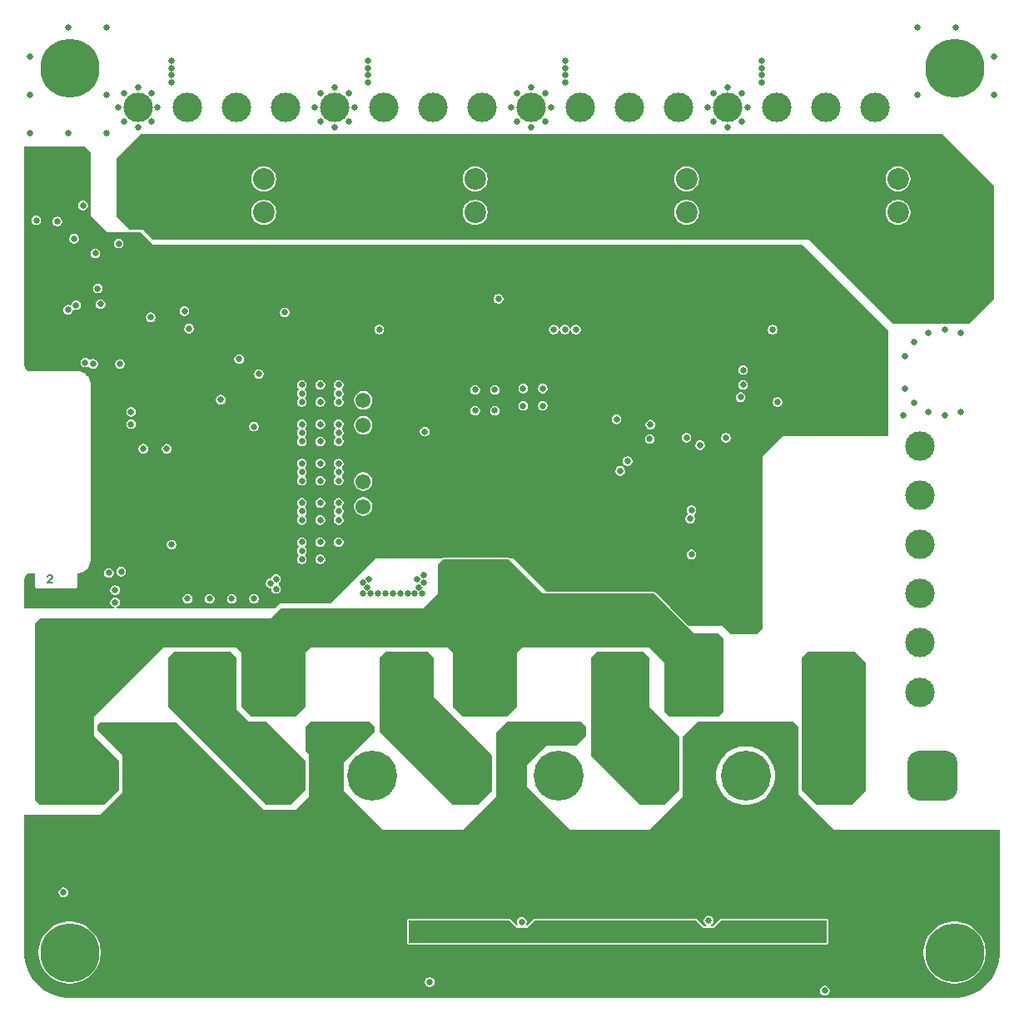
<source format=gbr>
%TF.GenerationSoftware,Altium Limited,Altium Designer,25.8.1 (18)*%
G04 Layer_Physical_Order=2*
G04 Layer_Color=36540*
%FSLAX45Y45*%
%MOMM*%
%TF.SameCoordinates,5F8AD7AF-A6C7-491F-921A-1EE88451CE46*%
%TF.FilePolarity,Positive*%
%TF.FileFunction,Copper,L2,Inr,Signal*%
%TF.Part,Single*%
G01*
G75*
%TA.AperFunction,Conductor*%
%ADD47C,0.60000*%
%TA.AperFunction,NonConductor*%
%ADD49C,0.16000*%
%TA.AperFunction,ComponentPad*%
%ADD50C,5.08000*%
G04:AMPARAMS|DCode=51|XSize=5.08mm|YSize=5.08mm|CornerRadius=1.27mm|HoleSize=0mm|Usage=FLASHONLY|Rotation=0.000|XOffset=0mm|YOffset=0mm|HoleType=Round|Shape=RoundedRectangle|*
%AMROUNDEDRECTD51*
21,1,5.08000,2.54000,0,0,0.0*
21,1,2.54000,5.08000,0,0,0.0*
1,1,2.54000,1.27000,-1.27000*
1,1,2.54000,-1.27000,-1.27000*
1,1,2.54000,-1.27000,1.27000*
1,1,2.54000,1.27000,1.27000*
%
%ADD51ROUNDEDRECTD51*%
%ADD53C,1.55000*%
%ADD54C,3.00000*%
%ADD55R,1.55000X1.55000*%
%ADD56C,1.45000*%
%ADD57C,0.80000*%
%ADD58C,6.00000*%
%TA.AperFunction,ViaPad*%
%ADD59C,0.65000*%
%TA.AperFunction,ComponentPad*%
G04:AMPARAMS|DCode=60|XSize=2.2mm|YSize=2.2mm|CornerRadius=1.1mm|HoleSize=0mm|Usage=FLASHONLY|Rotation=0.000|XOffset=0mm|YOffset=0mm|HoleType=Round|Shape=RoundedRectangle|*
%AMROUNDEDRECTD60*
21,1,2.20000,0.00000,0,0,0.0*
21,1,0.00000,2.20000,0,0,0.0*
1,1,2.20000,0.00000,0.00000*
1,1,2.20000,0.00000,0.00000*
1,1,2.20000,0.00000,0.00000*
1,1,2.20000,0.00000,0.00000*
%
%ADD60ROUNDEDRECTD60*%
G36*
X9900000Y8300000D02*
Y7150000D01*
X9650018Y6900018D01*
X8875018Y6899982D01*
X8025000Y7750000D01*
X1350000Y7750000D01*
X1249999Y7850000D01*
X1112499Y7850000D01*
X975000Y7987500D01*
X975000Y8575000D01*
X1225000Y8825000D01*
X9375000Y8825000D01*
X9900000Y8300000D01*
D02*
G37*
G36*
X712500Y8637500D02*
X712500Y8000000D01*
X887500Y7825000D01*
X1225000D01*
X1350000Y7700000D01*
X7950000D01*
X8825000Y6825000D01*
Y5750000D01*
X7750000D01*
X7550000Y5550000D01*
Y3800000D01*
X7487500Y3737500D01*
X7225000D01*
X7137500Y3825000D01*
X6798792Y3825000D01*
X6611896Y4011896D01*
X6611895Y4011896D01*
X6461896Y4161895D01*
X6461896Y4161896D01*
X6456438Y4165543D01*
X6450000Y4166824D01*
X6449998Y4166823D01*
X5358177D01*
X5020660Y4504339D01*
X5012499Y4512500D01*
X4973492D01*
X4968938Y4515543D01*
X4962500Y4516824D01*
X4962499Y4516823D01*
X4300000D01*
X4293562Y4515543D01*
X4289008Y4512500D01*
X3612500D01*
X3150000Y4050000D01*
X2637500D01*
X2587499Y3999999D01*
X976524Y4000000D01*
X974549Y4015000D01*
X981413Y4016839D01*
X992587Y4023290D01*
X1001710Y4032413D01*
X1008161Y4043587D01*
X1011500Y4056049D01*
Y4068951D01*
X1008161Y4081413D01*
X1001710Y4092587D01*
X992587Y4101710D01*
X981413Y4108161D01*
X968951Y4111500D01*
X956049D01*
X943587Y4108161D01*
X932413Y4101710D01*
X923290Y4092587D01*
X916839Y4081413D01*
X913500Y4068951D01*
Y4056049D01*
X916839Y4043587D01*
X923290Y4032413D01*
X932413Y4023290D01*
X943587Y4016839D01*
X950451Y4015000D01*
X948476Y4000000D01*
X40782Y4000000D01*
Y4305833D01*
X43058Y4317273D01*
X47522Y4328049D01*
X54002Y4337749D01*
X62250Y4345997D01*
X71950Y4352478D01*
X82727Y4356942D01*
X94168Y4359218D01*
X100001Y4359218D01*
X145677D01*
Y4225000D01*
X146957Y4218562D01*
X150604Y4213104D01*
X156062Y4209457D01*
X162500Y4208176D01*
X220842D01*
Y4207513D01*
X379158D01*
Y4208176D01*
X562500D01*
X568938Y4209457D01*
X574396Y4213104D01*
X578043Y4218562D01*
X579323Y4225000D01*
Y4359381D01*
X586802Y4359748D01*
X589735Y4360483D01*
X592758D01*
X611985Y4364307D01*
X615696Y4365845D01*
X619635Y4366628D01*
X637746Y4374130D01*
X641086Y4376361D01*
X644797Y4377899D01*
X661097Y4388790D01*
X663937Y4391630D01*
X667277Y4393861D01*
X681138Y4407723D01*
X683369Y4411062D01*
X686210Y4413903D01*
X697101Y4430202D01*
X698639Y4433914D01*
X700870Y4437254D01*
X708372Y4455365D01*
X709155Y4459304D01*
X710693Y4463015D01*
X714517Y4482242D01*
Y4485265D01*
X715251Y4488196D01*
X715733Y4497998D01*
X715584Y4499003D01*
X715782Y4500000D01*
Y6274999D01*
X715584Y6275995D01*
X715733Y6277001D01*
X715252Y6286802D01*
X714517Y6289734D01*
Y6292757D01*
X710693Y6311984D01*
X709155Y6315695D01*
X708372Y6319634D01*
X700870Y6337745D01*
X698639Y6341085D01*
X697101Y6344797D01*
X686210Y6361096D01*
X683370Y6363936D01*
X681138Y6367276D01*
X667277Y6381137D01*
X663938Y6383368D01*
X661097Y6386209D01*
X644798Y6397100D01*
X641086Y6398638D01*
X637746Y6400869D01*
X619635Y6408371D01*
X615696Y6409155D01*
X611985Y6410692D01*
X592758Y6414516D01*
X589735D01*
X586803Y6415251D01*
X577001Y6415732D01*
X575996Y6415583D01*
X575000Y6415781D01*
X94167D01*
X82727Y6418057D01*
X71950Y6422521D01*
X62251Y6429002D01*
X54003Y6437250D01*
X47522Y6446950D01*
X43058Y6457726D01*
X40782Y6469167D01*
X40782Y6475000D01*
X40782Y8700000D01*
X650000D01*
X712500Y8637500D01*
D02*
G37*
G36*
X5312500Y4150000D02*
X6450000D01*
X6600000Y4000000D01*
X6850000Y3750000D01*
X7100000D01*
X7150000Y3700000D01*
X7150000Y2950000D01*
X7100000Y2900000D01*
X6600000D01*
X6550000Y2950000D01*
Y3450000D01*
X6400000Y3600000D01*
X5100000D01*
X5050000Y3550000D01*
Y3000000D01*
X4950000Y2900000D01*
X4500000D01*
X4400000Y3000000D01*
Y3550000D01*
X4350000Y3600000D01*
X2950000D01*
X2900000Y3550000D01*
Y3000000D01*
X2800000Y2900000D01*
X2350000D01*
X2250000Y3000000D01*
Y3550000D01*
X2200000Y3600000D01*
X1450000D01*
X750000Y2900000D01*
Y2700000D01*
X1000000Y2450000D01*
Y2150000D01*
X850000Y2000000D01*
X200000D01*
X150000Y2050000D01*
Y2950000D01*
X149999Y3849999D01*
X200000Y3900000D01*
X2550000D01*
X2650000Y4000000D01*
X4100000D01*
X4250000Y4150000D01*
Y4450000D01*
X4300000Y4500000D01*
X4962500D01*
X5312500Y4150000D01*
D02*
G37*
G36*
X8600000Y3450000D02*
Y2150000D01*
X8450000Y2000000D01*
X8100000D01*
X7950000Y2150000D01*
Y3500000D01*
X8012500Y3562500D01*
X8487500D01*
X8600000Y3450000D01*
D02*
G37*
G36*
X6400000Y3500000D02*
Y3000000D01*
X6699840Y2700160D01*
X6699840Y2150000D01*
X6549840Y2000000D01*
X6299840D01*
X5800000Y2499842D01*
Y3500000D01*
X5862500Y3562500D01*
X6337500D01*
X6400000Y3500000D01*
D02*
G37*
G36*
X4200000D02*
X4200000Y3099998D01*
X4799920Y2500078D01*
X4799920Y2150000D01*
X4649920Y2000000D01*
X4399920D01*
X3650000Y2749924D01*
Y3500000D01*
X3712500Y3562500D01*
X4137500D01*
X4200000Y3500000D01*
D02*
G37*
G36*
X2200000Y3500000D02*
Y2975000D01*
X2325000Y2850000D01*
X2500000D01*
X2900000Y2450000D01*
Y2150000D01*
X2750000Y2000000D01*
X2500000D01*
X1500000Y3000005D01*
Y3500000D01*
X1562500Y3562500D01*
X2137500D01*
X2200000Y3500000D01*
D02*
G37*
G36*
X7912500Y2800000D02*
Y2112500D01*
X8275000Y1750000D01*
X9959218D01*
Y500000D01*
Y469901D01*
X9951360Y410219D01*
X9935780Y352071D01*
X9912744Y296459D01*
X9882645Y244326D01*
X9845999Y196568D01*
X9803433Y154001D01*
X9755675Y117355D01*
X9703541Y87256D01*
X9647928Y64220D01*
X9589780Y48639D01*
X9530099Y40782D01*
X469900D01*
X410219Y48639D01*
X352071Y64220D01*
X296459Y87256D01*
X244326Y117354D01*
X196568Y154000D01*
X154001Y196567D01*
X117355Y244325D01*
X87256Y296459D01*
X64220Y352071D01*
X48639Y410220D01*
X40782Y469901D01*
Y500000D01*
Y1900000D01*
X812500D01*
X1037500Y2125000D01*
Y2512500D01*
X787500Y2762500D01*
Y2812500D01*
X812500Y2837500D01*
X1587500Y2837500D01*
X2475000Y1950000D01*
X2800000D01*
X2937500Y2087500D01*
Y2512499D01*
X2900001Y2549999D01*
X2899999Y2799999D01*
X2950000Y2850000D01*
X3550000Y2850000D01*
X3600000Y2800000D01*
Y2750000D01*
X3287500Y2437500D01*
Y2150000D01*
X3687500Y1750000D01*
X4500000D01*
X4837500Y2087500D01*
Y2737500D01*
X4949999Y2850000D01*
X5700000D01*
X5750000Y2800000D01*
Y2700000D01*
X5650000Y2600000D01*
X5350000D01*
X5150000Y2400000D01*
Y2187500D01*
X5587500Y1750000D01*
X6400000D01*
X6737500Y2087500D01*
Y2700000D01*
X6887500Y2850000D01*
X7862500D01*
X7912500Y2800000D01*
D02*
G37*
%LPC*%
G36*
X8934956Y8496500D02*
X8915044D01*
X8895378Y8493385D01*
X8876441Y8487232D01*
X8858699Y8478193D01*
X8842591Y8466489D01*
X8828511Y8452409D01*
X8816807Y8436301D01*
X8807768Y8418559D01*
X8801615Y8399622D01*
X8798500Y8379956D01*
Y8360044D01*
X8801615Y8340378D01*
X8807768Y8321441D01*
X8816807Y8303699D01*
X8828511Y8287591D01*
X8842591Y8273511D01*
X8858699Y8261807D01*
X8876441Y8252768D01*
X8895378Y8246615D01*
X8915044Y8243500D01*
X8934956D01*
X8954622Y8246615D01*
X8973559Y8252768D01*
X8991301Y8261807D01*
X9007409Y8273511D01*
X9021489Y8287591D01*
X9033192Y8303699D01*
X9042232Y8321441D01*
X9048385Y8340378D01*
X9051500Y8360044D01*
Y8379956D01*
X9048385Y8399622D01*
X9042232Y8418559D01*
X9033192Y8436301D01*
X9021489Y8452409D01*
X9007409Y8466489D01*
X8991301Y8478193D01*
X8973559Y8487232D01*
X8954622Y8493385D01*
X8934956Y8496500D01*
D02*
G37*
G36*
X6784956D02*
X6765044D01*
X6745378Y8493385D01*
X6726441Y8487232D01*
X6708699Y8478193D01*
X6692591Y8466489D01*
X6678511Y8452409D01*
X6666807Y8436301D01*
X6657768Y8418559D01*
X6651615Y8399622D01*
X6648500Y8379956D01*
Y8360044D01*
X6651615Y8340378D01*
X6657768Y8321441D01*
X6666807Y8303699D01*
X6678511Y8287591D01*
X6692591Y8273511D01*
X6708699Y8261807D01*
X6726441Y8252768D01*
X6745378Y8246615D01*
X6765044Y8243500D01*
X6784956D01*
X6804622Y8246615D01*
X6823559Y8252768D01*
X6841301Y8261807D01*
X6857409Y8273511D01*
X6871489Y8287591D01*
X6883192Y8303699D01*
X6892232Y8321441D01*
X6898385Y8340378D01*
X6901500Y8360044D01*
Y8379956D01*
X6898385Y8399622D01*
X6892232Y8418559D01*
X6883192Y8436301D01*
X6871489Y8452409D01*
X6857409Y8466489D01*
X6841301Y8478193D01*
X6823559Y8487232D01*
X6804622Y8493385D01*
X6784956Y8496500D01*
D02*
G37*
G36*
X4634955D02*
X4615044D01*
X4595377Y8493385D01*
X4576440Y8487232D01*
X4558699Y8478193D01*
X4542590Y8466489D01*
X4528511Y8452409D01*
X4516807Y8436301D01*
X4507767Y8418559D01*
X4501614Y8399622D01*
X4498500Y8379956D01*
Y8360044D01*
X4501614Y8340378D01*
X4507767Y8321441D01*
X4516807Y8303699D01*
X4528511Y8287591D01*
X4542590Y8273511D01*
X4558699Y8261807D01*
X4576440Y8252768D01*
X4595377Y8246615D01*
X4615044Y8243500D01*
X4634955D01*
X4654622Y8246615D01*
X4673559Y8252768D01*
X4691300Y8261807D01*
X4707409Y8273511D01*
X4721489Y8287591D01*
X4733192Y8303699D01*
X4742232Y8321441D01*
X4748385Y8340378D01*
X4751500Y8360044D01*
Y8379956D01*
X4748385Y8399622D01*
X4742232Y8418559D01*
X4733192Y8436301D01*
X4721489Y8452409D01*
X4707409Y8466489D01*
X4691300Y8478193D01*
X4673559Y8487232D01*
X4654622Y8493385D01*
X4634955Y8496500D01*
D02*
G37*
G36*
X2484956D02*
X2465044D01*
X2445378Y8493385D01*
X2426441Y8487232D01*
X2408699Y8478193D01*
X2392591Y8466489D01*
X2378511Y8452409D01*
X2366807Y8436301D01*
X2357768Y8418559D01*
X2351615Y8399622D01*
X2348500Y8379956D01*
Y8360044D01*
X2351615Y8340378D01*
X2357768Y8321441D01*
X2366807Y8303699D01*
X2378511Y8287591D01*
X2392591Y8273511D01*
X2408699Y8261807D01*
X2426441Y8252768D01*
X2445378Y8246615D01*
X2465044Y8243500D01*
X2484956D01*
X2504622Y8246615D01*
X2523559Y8252768D01*
X2541300Y8261807D01*
X2557409Y8273511D01*
X2571489Y8287591D01*
X2583192Y8303699D01*
X2592232Y8321441D01*
X2598385Y8340378D01*
X2601500Y8360044D01*
Y8379956D01*
X2598385Y8399622D01*
X2592232Y8418559D01*
X2583192Y8436301D01*
X2571489Y8452409D01*
X2557409Y8466489D01*
X2541300Y8478193D01*
X2523559Y8487232D01*
X2504622Y8493385D01*
X2484956Y8496500D01*
D02*
G37*
G36*
X8934956Y8156500D02*
X8915044D01*
X8895378Y8153386D01*
X8876441Y8147232D01*
X8858699Y8138193D01*
X8842591Y8126489D01*
X8828511Y8112409D01*
X8816807Y8096301D01*
X8807768Y8078559D01*
X8801615Y8059622D01*
X8798500Y8039956D01*
Y8020044D01*
X8801615Y8000378D01*
X8807768Y7981441D01*
X8816807Y7963700D01*
X8828511Y7947591D01*
X8842591Y7933511D01*
X8858699Y7921808D01*
X8876441Y7912768D01*
X8895378Y7906615D01*
X8915044Y7903500D01*
X8934956D01*
X8954622Y7906615D01*
X8973559Y7912768D01*
X8991301Y7921808D01*
X9007409Y7933511D01*
X9021489Y7947591D01*
X9033192Y7963700D01*
X9042232Y7981441D01*
X9048385Y8000378D01*
X9051500Y8020044D01*
Y8039956D01*
X9048385Y8059622D01*
X9042232Y8078559D01*
X9033192Y8096301D01*
X9021489Y8112409D01*
X9007409Y8126489D01*
X8991301Y8138193D01*
X8973559Y8147232D01*
X8954622Y8153386D01*
X8934956Y8156500D01*
D02*
G37*
G36*
X6784956D02*
X6765044D01*
X6745378Y8153386D01*
X6726441Y8147232D01*
X6708699Y8138193D01*
X6692591Y8126489D01*
X6678511Y8112409D01*
X6666807Y8096301D01*
X6657768Y8078559D01*
X6651615Y8059622D01*
X6648500Y8039956D01*
Y8020044D01*
X6651615Y8000378D01*
X6657768Y7981441D01*
X6666807Y7963700D01*
X6678511Y7947591D01*
X6692591Y7933511D01*
X6708699Y7921808D01*
X6726441Y7912768D01*
X6745378Y7906615D01*
X6765044Y7903500D01*
X6784956D01*
X6804622Y7906615D01*
X6823559Y7912768D01*
X6841301Y7921808D01*
X6857409Y7933511D01*
X6871489Y7947591D01*
X6883192Y7963700D01*
X6892232Y7981441D01*
X6898385Y8000378D01*
X6901500Y8020044D01*
Y8039956D01*
X6898385Y8059622D01*
X6892232Y8078559D01*
X6883192Y8096301D01*
X6871489Y8112409D01*
X6857409Y8126489D01*
X6841301Y8138193D01*
X6823559Y8147232D01*
X6804622Y8153386D01*
X6784956Y8156500D01*
D02*
G37*
G36*
X4634955D02*
X4615044D01*
X4595377Y8153386D01*
X4576440Y8147232D01*
X4558699Y8138193D01*
X4542590Y8126489D01*
X4528511Y8112409D01*
X4516807Y8096301D01*
X4507767Y8078559D01*
X4501614Y8059622D01*
X4498500Y8039956D01*
Y8020044D01*
X4501614Y8000378D01*
X4507767Y7981441D01*
X4516807Y7963700D01*
X4528511Y7947591D01*
X4542590Y7933511D01*
X4558699Y7921808D01*
X4576440Y7912768D01*
X4595377Y7906615D01*
X4615044Y7903500D01*
X4634955D01*
X4654622Y7906615D01*
X4673559Y7912768D01*
X4691300Y7921808D01*
X4707409Y7933511D01*
X4721489Y7947591D01*
X4733192Y7963700D01*
X4742232Y7981441D01*
X4748385Y8000378D01*
X4751500Y8020044D01*
Y8039956D01*
X4748385Y8059622D01*
X4742232Y8078559D01*
X4733192Y8096301D01*
X4721489Y8112409D01*
X4707409Y8126489D01*
X4691300Y8138193D01*
X4673559Y8147232D01*
X4654622Y8153386D01*
X4634955Y8156500D01*
D02*
G37*
G36*
X2484956D02*
X2465044D01*
X2445378Y8153386D01*
X2426441Y8147232D01*
X2408699Y8138193D01*
X2392591Y8126489D01*
X2378511Y8112409D01*
X2366807Y8096301D01*
X2357768Y8078559D01*
X2351615Y8059622D01*
X2348500Y8039956D01*
Y8020044D01*
X2351615Y8000378D01*
X2357768Y7981441D01*
X2366807Y7963700D01*
X2378511Y7947591D01*
X2392591Y7933511D01*
X2408699Y7921808D01*
X2426441Y7912768D01*
X2445378Y7906615D01*
X2465044Y7903500D01*
X2484956D01*
X2504622Y7906615D01*
X2523559Y7912768D01*
X2541300Y7921808D01*
X2557409Y7933511D01*
X2571489Y7947591D01*
X2583192Y7963700D01*
X2592232Y7981441D01*
X2598385Y8000378D01*
X2601500Y8020044D01*
Y8039956D01*
X2598385Y8059622D01*
X2592232Y8078559D01*
X2583192Y8096301D01*
X2571489Y8112409D01*
X2557409Y8126489D01*
X2541300Y8138193D01*
X2523559Y8147232D01*
X2504622Y8153386D01*
X2484956Y8156500D01*
D02*
G37*
G36*
X643951Y8149000D02*
X631049D01*
X618586Y8145661D01*
X607413Y8139210D01*
X598290Y8130086D01*
X591839Y8118913D01*
X588499Y8106451D01*
Y8093548D01*
X591839Y8081086D01*
X598290Y8069913D01*
X607413Y8060790D01*
X618586Y8054338D01*
X631049Y8050999D01*
X643951D01*
X656413Y8054338D01*
X667586Y8060790D01*
X676710Y8069913D01*
X683161Y8081086D01*
X686500Y8093548D01*
Y8106451D01*
X683161Y8118913D01*
X676710Y8130086D01*
X667586Y8139210D01*
X656413Y8145661D01*
X643951Y8149000D01*
D02*
G37*
G36*
X168951Y7999000D02*
X156048D01*
X143586Y7995661D01*
X132413Y7989210D01*
X123290Y7980086D01*
X116838Y7968913D01*
X113499Y7956451D01*
Y7943549D01*
X116838Y7931086D01*
X123290Y7919913D01*
X132413Y7910790D01*
X143586Y7904339D01*
X156048Y7900999D01*
X168951D01*
X181413Y7904339D01*
X192586Y7910790D01*
X201710Y7919913D01*
X208161Y7931086D01*
X211500Y7943549D01*
Y7956451D01*
X208161Y7968913D01*
X201710Y7980086D01*
X192586Y7989210D01*
X181413Y7995661D01*
X168951Y7999000D01*
D02*
G37*
G36*
X381451Y7986500D02*
X368549D01*
X356086Y7983161D01*
X344913Y7976710D01*
X335790Y7967587D01*
X329339Y7956413D01*
X326000Y7943951D01*
Y7931049D01*
X329339Y7918586D01*
X335790Y7907413D01*
X344913Y7898290D01*
X356086Y7891839D01*
X368549Y7888500D01*
X381451D01*
X393913Y7891839D01*
X405087Y7898290D01*
X414210Y7907413D01*
X420661Y7918586D01*
X424000Y7931049D01*
Y7943951D01*
X420661Y7956413D01*
X414210Y7967587D01*
X405087Y7976710D01*
X393913Y7983161D01*
X381451Y7986500D01*
D02*
G37*
G36*
X552720Y7811352D02*
X539818D01*
X527356Y7808013D01*
X516182Y7801562D01*
X507059Y7792439D01*
X500608Y7781265D01*
X497269Y7768803D01*
Y7755901D01*
X500608Y7743438D01*
X507059Y7732265D01*
X516182Y7723142D01*
X527356Y7716691D01*
X539818Y7713352D01*
X552720D01*
X565182Y7716691D01*
X576356Y7723142D01*
X585479Y7732265D01*
X591930Y7743438D01*
X595269Y7755901D01*
Y7768803D01*
X591930Y7781265D01*
X585479Y7792439D01*
X576356Y7801562D01*
X565182Y7808013D01*
X552720Y7811352D01*
D02*
G37*
G36*
X1006450Y7761500D02*
X993548D01*
X981086Y7758161D01*
X969912Y7751710D01*
X960789Y7742586D01*
X954338Y7731413D01*
X950999Y7718951D01*
Y7706049D01*
X954338Y7693586D01*
X960789Y7682413D01*
X969912Y7673290D01*
X981086Y7666839D01*
X993548Y7663500D01*
X1006450D01*
X1018913Y7666839D01*
X1030086Y7673290D01*
X1039209Y7682413D01*
X1045660Y7693586D01*
X1048999Y7706049D01*
Y7718951D01*
X1045660Y7731413D01*
X1039209Y7742586D01*
X1030086Y7751710D01*
X1018913Y7758161D01*
X1006450Y7761500D01*
D02*
G37*
G36*
X768950Y7661500D02*
X756048D01*
X743586Y7658161D01*
X732413Y7651710D01*
X723289Y7642586D01*
X716838Y7631413D01*
X713499Y7618951D01*
Y7606049D01*
X716838Y7593586D01*
X723289Y7582413D01*
X732413Y7573290D01*
X743586Y7566839D01*
X756048Y7563499D01*
X768950D01*
X781413Y7566839D01*
X792586Y7573290D01*
X801709Y7582413D01*
X808160Y7593586D01*
X811500Y7606049D01*
Y7618951D01*
X808160Y7631413D01*
X801709Y7642586D01*
X792586Y7651710D01*
X781413Y7658161D01*
X768950Y7661500D01*
D02*
G37*
G36*
X792918Y7305113D02*
X780015D01*
X767553Y7301774D01*
X756380Y7295323D01*
X747257Y7286200D01*
X740805Y7275026D01*
X737466Y7262564D01*
Y7249662D01*
X740805Y7237200D01*
X747257Y7226026D01*
X756380Y7216903D01*
X767553Y7210452D01*
X780015Y7207113D01*
X792918D01*
X805380Y7210452D01*
X816553Y7216903D01*
X825677Y7226026D01*
X832128Y7237200D01*
X835467Y7249662D01*
Y7262564D01*
X832128Y7275026D01*
X825677Y7286200D01*
X816553Y7295323D01*
X805380Y7301774D01*
X792918Y7305113D01*
D02*
G37*
G36*
X4868951Y7199000D02*
X4856049D01*
X4843587Y7195661D01*
X4832413Y7189210D01*
X4823290Y7180087D01*
X4816839Y7168913D01*
X4813500Y7156451D01*
Y7143549D01*
X4816839Y7131087D01*
X4823290Y7119913D01*
X4832413Y7110790D01*
X4843587Y7104339D01*
X4856049Y7101000D01*
X4868951D01*
X4881413Y7104339D01*
X4892587Y7110790D01*
X4901710Y7119913D01*
X4908161Y7131087D01*
X4911500Y7143549D01*
Y7156451D01*
X4908161Y7168913D01*
X4901710Y7180087D01*
X4892587Y7189210D01*
X4881413Y7195661D01*
X4868951Y7199000D01*
D02*
G37*
G36*
X572237Y7135054D02*
X559335D01*
X546873Y7131714D01*
X535699Y7125263D01*
X526576Y7116140D01*
X520125Y7104967D01*
X517259Y7094268D01*
X512769Y7090363D01*
X501786Y7085223D01*
X491451Y7087992D01*
X478548D01*
X466086Y7084653D01*
X454913Y7078202D01*
X445790Y7069079D01*
X439338Y7057905D01*
X435999Y7045443D01*
Y7032541D01*
X439338Y7020078D01*
X445790Y7008905D01*
X454913Y6999782D01*
X466086Y6993331D01*
X478548Y6989992D01*
X491451D01*
X503913Y6993331D01*
X515086Y6999782D01*
X524210Y7008905D01*
X530661Y7020078D01*
X533527Y7030777D01*
X538016Y7034682D01*
X549000Y7039822D01*
X559335Y7037053D01*
X572237D01*
X584700Y7040392D01*
X595873Y7046843D01*
X604996Y7055967D01*
X611447Y7067140D01*
X614786Y7079602D01*
Y7092504D01*
X611447Y7104967D01*
X604996Y7116140D01*
X595873Y7125263D01*
X584700Y7131714D01*
X572237Y7135054D01*
D02*
G37*
G36*
X821706Y7145435D02*
X808804D01*
X796342Y7142095D01*
X785168Y7135644D01*
X776045Y7126521D01*
X769594Y7115348D01*
X766255Y7102885D01*
Y7089983D01*
X769594Y7077521D01*
X776045Y7066348D01*
X785168Y7057224D01*
X796342Y7050773D01*
X808804Y7047434D01*
X821706D01*
X834168Y7050773D01*
X845342Y7057224D01*
X854465Y7066348D01*
X860916Y7077521D01*
X864255Y7089983D01*
Y7102885D01*
X860916Y7115348D01*
X854465Y7126521D01*
X845342Y7135644D01*
X834168Y7142095D01*
X821706Y7145435D01*
D02*
G37*
G36*
X1675201Y7074000D02*
X1662299D01*
X1649837Y7070661D01*
X1638663Y7064210D01*
X1629540Y7055087D01*
X1623089Y7043913D01*
X1619750Y7031451D01*
Y7018549D01*
X1623089Y7006087D01*
X1629540Y6994913D01*
X1638663Y6985790D01*
X1649837Y6979339D01*
X1662299Y6976000D01*
X1675201D01*
X1687663Y6979339D01*
X1698837Y6985790D01*
X1707960Y6994913D01*
X1714411Y7006087D01*
X1717750Y7018549D01*
Y7031451D01*
X1714411Y7043913D01*
X1707960Y7055087D01*
X1698837Y7064210D01*
X1687663Y7070661D01*
X1675201Y7074000D01*
D02*
G37*
G36*
X2693951Y7061500D02*
X2681049D01*
X2668587Y7058161D01*
X2657413Y7051710D01*
X2648290Y7042587D01*
X2641839Y7031413D01*
X2638500Y7018951D01*
Y7006049D01*
X2641839Y6993587D01*
X2648290Y6982413D01*
X2657413Y6973290D01*
X2668587Y6966839D01*
X2681049Y6963500D01*
X2693951D01*
X2706413Y6966839D01*
X2717587Y6973290D01*
X2726710Y6982413D01*
X2733161Y6993587D01*
X2736500Y7006049D01*
Y7018951D01*
X2733161Y7031413D01*
X2726710Y7042587D01*
X2717587Y7051710D01*
X2706413Y7058161D01*
X2693951Y7061500D01*
D02*
G37*
G36*
X1331450Y7011500D02*
X1318548D01*
X1306086Y7008161D01*
X1294912Y7001710D01*
X1285789Y6992586D01*
X1279338Y6981413D01*
X1275999Y6968951D01*
Y6956049D01*
X1279338Y6943586D01*
X1285789Y6932413D01*
X1294912Y6923290D01*
X1306086Y6916839D01*
X1318548Y6913500D01*
X1331450D01*
X1343912Y6916839D01*
X1355086Y6923290D01*
X1364209Y6932413D01*
X1370660Y6943586D01*
X1373999Y6956049D01*
Y6968951D01*
X1370660Y6981413D01*
X1364209Y6992586D01*
X1355086Y7001710D01*
X1343912Y7008161D01*
X1331450Y7011500D01*
D02*
G37*
G36*
X5656451Y6886500D02*
X5643549D01*
X5631087Y6883161D01*
X5619913Y6876710D01*
X5610790Y6867587D01*
X5604339Y6856413D01*
X5601506Y6845839D01*
X5600999Y6843952D01*
X5586500D01*
X5585994Y6845839D01*
X5583161Y6856413D01*
X5576710Y6867587D01*
X5567587Y6876710D01*
X5556413Y6883161D01*
X5543951Y6886500D01*
X5531049D01*
X5518587Y6883161D01*
X5507413Y6876710D01*
X5498290Y6867587D01*
X5491839Y6856413D01*
X5489006Y6845839D01*
X5488500Y6843952D01*
X5474000D01*
X5473495Y6845839D01*
X5470661Y6856413D01*
X5464210Y6867587D01*
X5455087Y6876710D01*
X5443913Y6883161D01*
X5431451Y6886500D01*
X5418549D01*
X5406087Y6883161D01*
X5394913Y6876710D01*
X5385790Y6867587D01*
X5379339Y6856413D01*
X5376000Y6843951D01*
Y6831049D01*
X5379339Y6818587D01*
X5385790Y6807413D01*
X5394913Y6798290D01*
X5406087Y6791839D01*
X5418549Y6788500D01*
X5431451D01*
X5443913Y6791839D01*
X5455087Y6798290D01*
X5464210Y6807413D01*
X5470661Y6818587D01*
X5473494Y6829161D01*
X5474000Y6831048D01*
X5488500D01*
X5489006Y6829161D01*
X5491839Y6818587D01*
X5498290Y6807413D01*
X5507413Y6798290D01*
X5518587Y6791839D01*
X5531049Y6788500D01*
X5543951D01*
X5556413Y6791839D01*
X5567587Y6798290D01*
X5576710Y6807413D01*
X5583161Y6818587D01*
X5585994Y6829161D01*
X5586500Y6831048D01*
X5600999D01*
X5601505Y6829161D01*
X5604339Y6818587D01*
X5610790Y6807413D01*
X5619913Y6798290D01*
X5631087Y6791839D01*
X5643549Y6788500D01*
X5656451D01*
X5668913Y6791839D01*
X5680087Y6798290D01*
X5689210Y6807413D01*
X5695661Y6818587D01*
X5699000Y6831049D01*
Y6843951D01*
X5695661Y6856413D01*
X5689210Y6867587D01*
X5680087Y6876710D01*
X5668913Y6883161D01*
X5656451Y6886500D01*
D02*
G37*
G36*
X1720824Y6896033D02*
X1707922D01*
X1695460Y6892694D01*
X1684286Y6886243D01*
X1675163Y6877120D01*
X1668712Y6865946D01*
X1665373Y6853484D01*
Y6840582D01*
X1668712Y6828120D01*
X1675163Y6816946D01*
X1684286Y6807823D01*
X1695460Y6801372D01*
X1707922Y6798033D01*
X1720824D01*
X1733287Y6801372D01*
X1744460Y6807823D01*
X1753583Y6816946D01*
X1760034Y6828120D01*
X1763373Y6840582D01*
Y6853484D01*
X1760034Y6865946D01*
X1753583Y6877120D01*
X1744460Y6886243D01*
X1733287Y6892694D01*
X1720824Y6896033D01*
D02*
G37*
G36*
X7656451Y6886500D02*
X7643549D01*
X7631087Y6883161D01*
X7619913Y6876710D01*
X7610790Y6867587D01*
X7604339Y6856413D01*
X7601000Y6843951D01*
Y6831049D01*
X7604339Y6818587D01*
X7610790Y6807413D01*
X7619913Y6798290D01*
X7631087Y6791839D01*
X7643549Y6788500D01*
X7656451D01*
X7668913Y6791839D01*
X7680087Y6798290D01*
X7689210Y6807413D01*
X7695661Y6818587D01*
X7699000Y6831049D01*
Y6843951D01*
X7695661Y6856413D01*
X7689210Y6867587D01*
X7680087Y6876710D01*
X7668913Y6883161D01*
X7656451Y6886500D01*
D02*
G37*
G36*
X3656451D02*
X3643549D01*
X3631087Y6883161D01*
X3619913Y6876710D01*
X3610790Y6867587D01*
X3604339Y6856413D01*
X3601000Y6843951D01*
Y6831049D01*
X3604339Y6818587D01*
X3610790Y6807413D01*
X3619913Y6798290D01*
X3631087Y6791839D01*
X3643549Y6788500D01*
X3656451D01*
X3668913Y6791839D01*
X3680087Y6798290D01*
X3689210Y6807413D01*
X3695661Y6818587D01*
X3699000Y6831049D01*
Y6843951D01*
X3695661Y6856413D01*
X3689210Y6867587D01*
X3680087Y6876710D01*
X3668913Y6883161D01*
X3656451Y6886500D01*
D02*
G37*
G36*
X2231451Y6586500D02*
X2218549D01*
X2206087Y6583161D01*
X2194913Y6576710D01*
X2185790Y6567587D01*
X2179339Y6556413D01*
X2176000Y6543951D01*
Y6531049D01*
X2179339Y6518587D01*
X2185790Y6507413D01*
X2194913Y6498290D01*
X2206087Y6491839D01*
X2218549Y6488500D01*
X2231451D01*
X2243913Y6491839D01*
X2255087Y6498290D01*
X2264210Y6507413D01*
X2270661Y6518587D01*
X2274000Y6531049D01*
Y6543951D01*
X2270661Y6556413D01*
X2264210Y6567587D01*
X2255087Y6576710D01*
X2243913Y6583161D01*
X2231451Y6586500D01*
D02*
G37*
G36*
X666451Y6550492D02*
X653548D01*
X641086Y6547153D01*
X629913Y6540702D01*
X620789Y6531579D01*
X614338Y6520405D01*
X610999Y6507943D01*
Y6495041D01*
X614338Y6482578D01*
X620789Y6471405D01*
X629913Y6462282D01*
X641086Y6455831D01*
X653548Y6452492D01*
X666451D01*
X678913Y6455831D01*
X685622Y6459704D01*
X701181Y6458006D01*
X710304Y6448883D01*
X721478Y6442432D01*
X733940Y6439093D01*
X746842D01*
X759304Y6442432D01*
X770478Y6448883D01*
X779601Y6458006D01*
X786052Y6469180D01*
X789391Y6481642D01*
Y6494544D01*
X786052Y6507006D01*
X779601Y6518180D01*
X770478Y6527303D01*
X759304Y6533754D01*
X746842Y6537093D01*
X733940D01*
X721478Y6533754D01*
X714769Y6529881D01*
X699209Y6531579D01*
X690086Y6540702D01*
X678913Y6547153D01*
X666451Y6550492D01*
D02*
G37*
G36*
X1018951Y6536500D02*
X1006049D01*
X993587Y6533161D01*
X982413Y6526710D01*
X973290Y6517587D01*
X966839Y6506413D01*
X963500Y6493951D01*
Y6481049D01*
X966839Y6468587D01*
X973290Y6457413D01*
X982413Y6448290D01*
X993587Y6441839D01*
X1006049Y6438500D01*
X1018951D01*
X1031413Y6441839D01*
X1042587Y6448290D01*
X1051710Y6457413D01*
X1058161Y6468587D01*
X1061500Y6481049D01*
Y6493951D01*
X1058161Y6506413D01*
X1051710Y6517587D01*
X1042587Y6526710D01*
X1031413Y6533161D01*
X1018951Y6536500D01*
D02*
G37*
G36*
X7356451Y6474000D02*
X7343549D01*
X7331087Y6470661D01*
X7319913Y6464210D01*
X7310790Y6455087D01*
X7304339Y6443913D01*
X7301000Y6431451D01*
Y6418549D01*
X7304339Y6406087D01*
X7310790Y6394913D01*
X7319913Y6385790D01*
X7331087Y6379339D01*
X7343549Y6376000D01*
X7356451D01*
X7368913Y6379339D01*
X7380087Y6385790D01*
X7389210Y6394913D01*
X7395661Y6406087D01*
X7399000Y6418549D01*
Y6431451D01*
X7395661Y6443913D01*
X7389210Y6455087D01*
X7380087Y6464210D01*
X7368913Y6470661D01*
X7356451Y6474000D01*
D02*
G37*
G36*
X2431450Y6435000D02*
X2418548D01*
X2406086Y6431661D01*
X2394912Y6425210D01*
X2385789Y6416087D01*
X2379338Y6404913D01*
X2375999Y6392451D01*
Y6379549D01*
X2379338Y6367087D01*
X2385789Y6355913D01*
X2394912Y6346790D01*
X2406086Y6340339D01*
X2418548Y6337000D01*
X2431450D01*
X2443913Y6340339D01*
X2455086Y6346790D01*
X2464209Y6355913D01*
X2470660Y6367087D01*
X2473999Y6379549D01*
Y6392451D01*
X2470660Y6404913D01*
X2464209Y6416087D01*
X2455086Y6425210D01*
X2443913Y6431661D01*
X2431450Y6435000D01*
D02*
G37*
G36*
X7356451Y6324000D02*
X7343549D01*
X7331087Y6320661D01*
X7319913Y6314210D01*
X7310790Y6305087D01*
X7304339Y6293913D01*
X7301000Y6281451D01*
Y6268549D01*
X7304339Y6256087D01*
X7310790Y6244913D01*
X7319913Y6235790D01*
X7331087Y6229339D01*
X7343549Y6226000D01*
X7356451D01*
X7368913Y6229339D01*
X7380087Y6235790D01*
X7389210Y6244913D01*
X7395661Y6256087D01*
X7399000Y6268549D01*
Y6281451D01*
X7395661Y6293913D01*
X7389210Y6305087D01*
X7380087Y6314210D01*
X7368913Y6320661D01*
X7356451Y6324000D01*
D02*
G37*
G36*
X3056451Y6323999D02*
X3043548D01*
X3031086Y6320660D01*
X3019913Y6314209D01*
X3010790Y6305086D01*
X3004338Y6293912D01*
X3000999Y6281450D01*
Y6268548D01*
X3004338Y6256086D01*
X3010790Y6244912D01*
X3019913Y6235789D01*
X3031086Y6229338D01*
X3043548Y6225999D01*
X3056451D01*
X3068913Y6229338D01*
X3080086Y6235789D01*
X3089209Y6244912D01*
X3095661Y6256086D01*
X3099000Y6268548D01*
Y6281450D01*
X3095661Y6293912D01*
X3089209Y6305086D01*
X3080086Y6314209D01*
X3068913Y6320660D01*
X3056451Y6323999D01*
D02*
G37*
G36*
X5318951Y6286500D02*
X5306049D01*
X5293587Y6283161D01*
X5282413Y6276710D01*
X5273290Y6267587D01*
X5266839Y6256413D01*
X5263500Y6243951D01*
Y6231049D01*
X5266839Y6218587D01*
X5273290Y6207413D01*
X5282413Y6198290D01*
X5293587Y6191839D01*
X5306049Y6188500D01*
X5318951D01*
X5331413Y6191839D01*
X5342587Y6198290D01*
X5351710Y6207413D01*
X5358161Y6218587D01*
X5361500Y6231049D01*
Y6243951D01*
X5358161Y6256413D01*
X5351710Y6267587D01*
X5342587Y6276710D01*
X5331413Y6283161D01*
X5318951Y6286500D01*
D02*
G37*
G36*
X5118951D02*
X5106049D01*
X5093586Y6283161D01*
X5082413Y6276710D01*
X5073290Y6267587D01*
X5066839Y6256413D01*
X5063500Y6243951D01*
Y6231049D01*
X5066839Y6218587D01*
X5073290Y6207413D01*
X5082413Y6198290D01*
X5093586Y6191839D01*
X5106049Y6188500D01*
X5118951D01*
X5131413Y6191839D01*
X5142587Y6198290D01*
X5151710Y6207413D01*
X5158161Y6218587D01*
X5161500Y6231049D01*
Y6243951D01*
X5158161Y6256413D01*
X5151710Y6267587D01*
X5142587Y6276710D01*
X5131413Y6283161D01*
X5118951Y6286500D01*
D02*
G37*
G36*
X4831451Y6274000D02*
X4818549D01*
X4806087Y6270661D01*
X4794913Y6264210D01*
X4785790Y6255087D01*
X4779339Y6243913D01*
X4776000Y6231451D01*
Y6218549D01*
X4779339Y6206087D01*
X4785790Y6194913D01*
X4794913Y6185790D01*
X4806087Y6179339D01*
X4818549Y6176000D01*
X4831451D01*
X4843913Y6179339D01*
X4855087Y6185790D01*
X4864210Y6194913D01*
X4870661Y6206087D01*
X4874000Y6218549D01*
Y6231451D01*
X4870661Y6243913D01*
X4864210Y6255087D01*
X4855087Y6264210D01*
X4843913Y6270661D01*
X4831451Y6274000D01*
D02*
G37*
G36*
X4631451D02*
X4618549D01*
X4606087Y6270661D01*
X4594913Y6264210D01*
X4585790Y6255087D01*
X4579339Y6243913D01*
X4576000Y6231451D01*
Y6218549D01*
X4579339Y6206087D01*
X4585790Y6194913D01*
X4594913Y6185790D01*
X4606087Y6179339D01*
X4618549Y6176000D01*
X4631451D01*
X4643913Y6179339D01*
X4655087Y6185790D01*
X4664210Y6194913D01*
X4670661Y6206087D01*
X4674000Y6218549D01*
Y6231451D01*
X4670661Y6243913D01*
X4664210Y6255087D01*
X4655087Y6264210D01*
X4643913Y6270661D01*
X4631451Y6274000D01*
D02*
G37*
G36*
X7331451Y6199000D02*
X7318549D01*
X7306087Y6195661D01*
X7294913Y6189210D01*
X7285790Y6180087D01*
X7279339Y6168913D01*
X7276000Y6156451D01*
Y6143549D01*
X7279339Y6131087D01*
X7285790Y6119913D01*
X7294913Y6110790D01*
X7306087Y6104339D01*
X7318549Y6101000D01*
X7331451D01*
X7343913Y6104339D01*
X7355087Y6110790D01*
X7364210Y6119913D01*
X7370661Y6131087D01*
X7374000Y6143549D01*
Y6156451D01*
X7370661Y6168913D01*
X7364210Y6180087D01*
X7355087Y6189210D01*
X7343913Y6195661D01*
X7331451Y6199000D01*
D02*
G37*
G36*
X2043951Y6174000D02*
X2031049D01*
X2018587Y6170661D01*
X2007413Y6164210D01*
X1998290Y6155087D01*
X1991839Y6143913D01*
X1988500Y6131451D01*
Y6118549D01*
X1991839Y6106087D01*
X1998290Y6094913D01*
X2007413Y6085790D01*
X2018587Y6079339D01*
X2031049Y6076000D01*
X2043951D01*
X2056413Y6079339D01*
X2067587Y6085790D01*
X2076710Y6094913D01*
X2083161Y6106087D01*
X2086500Y6118549D01*
Y6131451D01*
X2083161Y6143913D01*
X2076710Y6155087D01*
X2067587Y6164210D01*
X2056413Y6170661D01*
X2043951Y6174000D01*
D02*
G37*
G36*
X7706451Y6149000D02*
X7693549D01*
X7681087Y6145661D01*
X7669913Y6139210D01*
X7660790Y6130087D01*
X7654339Y6118913D01*
X7651000Y6106451D01*
Y6093549D01*
X7654339Y6081087D01*
X7660790Y6069913D01*
X7669913Y6060790D01*
X7681087Y6054339D01*
X7693549Y6051000D01*
X7706451D01*
X7718913Y6054339D01*
X7730087Y6060790D01*
X7739210Y6069913D01*
X7745661Y6081087D01*
X7749000Y6093549D01*
Y6106451D01*
X7745661Y6118913D01*
X7739210Y6130087D01*
X7730087Y6139210D01*
X7718913Y6145661D01*
X7706451Y6149000D01*
D02*
G37*
G36*
X3243951Y6324000D02*
X3231049D01*
X3218586Y6320660D01*
X3207413Y6314209D01*
X3198290Y6305086D01*
X3191839Y6293913D01*
X3188500Y6281450D01*
Y6268548D01*
X3191839Y6256086D01*
X3198290Y6244913D01*
X3202189Y6241013D01*
X3205755Y6231249D01*
X3202189Y6221485D01*
X3198290Y6217586D01*
X3191838Y6206412D01*
X3188499Y6193950D01*
Y6181048D01*
X3191838Y6168586D01*
X3198290Y6157412D01*
X3202188Y6153513D01*
X3205755Y6143749D01*
X3202188Y6133985D01*
X3198290Y6130086D01*
X3191839Y6118913D01*
X3188500Y6106451D01*
Y6093548D01*
X3191839Y6081086D01*
X3198290Y6069913D01*
X3207413Y6060790D01*
X3218586Y6054338D01*
X3231049Y6050999D01*
X3243951D01*
X3256413Y6054338D01*
X3267587Y6060790D01*
X3276710Y6069913D01*
X3283161Y6081086D01*
X3286500Y6093548D01*
Y6106451D01*
X3283161Y6118913D01*
X3276710Y6130086D01*
X3272811Y6133985D01*
X3269245Y6143749D01*
X3272811Y6153514D01*
X3276709Y6157412D01*
X3283161Y6168586D01*
X3286500Y6181048D01*
Y6193950D01*
X3283161Y6206412D01*
X3276709Y6217586D01*
X3272810Y6221485D01*
X3269245Y6231249D01*
X3272811Y6241013D01*
X3276710Y6244913D01*
X3283161Y6256086D01*
X3286500Y6268548D01*
Y6281450D01*
X3283161Y6293913D01*
X3276710Y6305086D01*
X3267587Y6314209D01*
X3256413Y6320660D01*
X3243951Y6324000D01*
D02*
G37*
G36*
X2868951D02*
X2856049D01*
X2843586Y6320660D01*
X2832413Y6314209D01*
X2823290Y6305086D01*
X2816839Y6293913D01*
X2813500Y6281450D01*
Y6268548D01*
X2816839Y6256086D01*
X2823290Y6244913D01*
X2827188Y6241014D01*
X2830755Y6231250D01*
X2827188Y6221485D01*
X2823290Y6217587D01*
X2816839Y6206413D01*
X2813500Y6193951D01*
Y6181049D01*
X2816839Y6168587D01*
X2823290Y6157413D01*
X2827189Y6153514D01*
X2830755Y6143749D01*
X2827189Y6133985D01*
X2823290Y6130086D01*
X2816839Y6118913D01*
X2813500Y6106451D01*
Y6093548D01*
X2816839Y6081086D01*
X2823290Y6069913D01*
X2832413Y6060790D01*
X2843586Y6054338D01*
X2856049Y6050999D01*
X2868951D01*
X2881413Y6054338D01*
X2892587Y6060790D01*
X2901710Y6069913D01*
X2908161Y6081086D01*
X2911500Y6093548D01*
Y6106451D01*
X2908161Y6118913D01*
X2901710Y6130086D01*
X2897811Y6133985D01*
X2894245Y6143750D01*
X2897811Y6153514D01*
X2901710Y6157413D01*
X2908161Y6168587D01*
X2911500Y6181049D01*
Y6193951D01*
X2908161Y6206413D01*
X2901710Y6217587D01*
X2897811Y6221485D01*
X2894245Y6231249D01*
X2897811Y6241014D01*
X2901710Y6244913D01*
X2908161Y6256086D01*
X2911500Y6268548D01*
Y6281450D01*
X2908161Y6293913D01*
X2901710Y6305086D01*
X2892587Y6314209D01*
X2881413Y6320660D01*
X2868951Y6324000D01*
D02*
G37*
G36*
X3056451Y6148999D02*
X3043548D01*
X3031086Y6145660D01*
X3019913Y6139209D01*
X3010790Y6130086D01*
X3004338Y6118912D01*
X3000999Y6106450D01*
Y6093548D01*
X3004338Y6081086D01*
X3010790Y6069912D01*
X3019913Y6060789D01*
X3031086Y6054338D01*
X3043548Y6050999D01*
X3056451D01*
X3068913Y6054338D01*
X3080086Y6060789D01*
X3089209Y6069912D01*
X3095661Y6081086D01*
X3099000Y6093548D01*
Y6106450D01*
X3095661Y6118912D01*
X3089209Y6130086D01*
X3080086Y6139209D01*
X3068913Y6145660D01*
X3056451Y6148999D01*
D02*
G37*
G36*
X3496758Y6210500D02*
X3478242D01*
X3460081Y6206888D01*
X3442974Y6199802D01*
X3427578Y6189515D01*
X3414485Y6176422D01*
X3404198Y6161026D01*
X3397112Y6143919D01*
X3393500Y6125758D01*
Y6107242D01*
X3397112Y6089081D01*
X3404198Y6071974D01*
X3414485Y6056578D01*
X3427578Y6043485D01*
X3442974Y6033198D01*
X3460081Y6026112D01*
X3478242Y6022500D01*
X3496758D01*
X3514919Y6026112D01*
X3532026Y6033198D01*
X3547422Y6043485D01*
X3560515Y6056578D01*
X3570802Y6071974D01*
X3577888Y6089081D01*
X3581500Y6107242D01*
Y6125758D01*
X3577888Y6143919D01*
X3570802Y6161026D01*
X3560515Y6176422D01*
X3547422Y6189515D01*
X3532026Y6199802D01*
X3514919Y6206888D01*
X3496758Y6210500D01*
D02*
G37*
G36*
X5318951Y6111500D02*
X5306049D01*
X5293587Y6108161D01*
X5282413Y6101710D01*
X5273290Y6092587D01*
X5266839Y6081413D01*
X5263500Y6068951D01*
Y6056049D01*
X5266839Y6043587D01*
X5273290Y6032413D01*
X5282413Y6023290D01*
X5293587Y6016839D01*
X5306049Y6013500D01*
X5318951D01*
X5331413Y6016839D01*
X5342587Y6023290D01*
X5351710Y6032413D01*
X5358161Y6043587D01*
X5361500Y6056049D01*
Y6068951D01*
X5358161Y6081413D01*
X5351710Y6092587D01*
X5342587Y6101710D01*
X5331413Y6108161D01*
X5318951Y6111500D01*
D02*
G37*
G36*
X5118951D02*
X5106049D01*
X5093586Y6108161D01*
X5082413Y6101710D01*
X5073290Y6092587D01*
X5066839Y6081413D01*
X5063500Y6068951D01*
Y6056049D01*
X5066839Y6043587D01*
X5073290Y6032413D01*
X5082413Y6023290D01*
X5093586Y6016839D01*
X5106049Y6013500D01*
X5118951D01*
X5131413Y6016839D01*
X5142587Y6023290D01*
X5151710Y6032413D01*
X5158161Y6043587D01*
X5161500Y6056049D01*
Y6068951D01*
X5158161Y6081413D01*
X5151710Y6092587D01*
X5142587Y6101710D01*
X5131413Y6108161D01*
X5118951Y6111500D01*
D02*
G37*
G36*
X4831451Y6061500D02*
X4818549D01*
X4806087Y6058161D01*
X4794913Y6051710D01*
X4785790Y6042587D01*
X4779339Y6031413D01*
X4776000Y6018951D01*
Y6006049D01*
X4779339Y5993587D01*
X4785790Y5982413D01*
X4794913Y5973290D01*
X4806087Y5966839D01*
X4818549Y5963500D01*
X4831451D01*
X4843913Y5966839D01*
X4855087Y5973290D01*
X4864210Y5982413D01*
X4870661Y5993587D01*
X4874000Y6006049D01*
Y6018951D01*
X4870661Y6031413D01*
X4864210Y6042587D01*
X4855087Y6051710D01*
X4843913Y6058161D01*
X4831451Y6061500D01*
D02*
G37*
G36*
X4631451D02*
X4618549D01*
X4606087Y6058161D01*
X4594913Y6051710D01*
X4585790Y6042587D01*
X4579339Y6031413D01*
X4576000Y6018951D01*
Y6006049D01*
X4579339Y5993587D01*
X4585790Y5982413D01*
X4594913Y5973290D01*
X4606087Y5966839D01*
X4618549Y5963500D01*
X4631451D01*
X4643913Y5966839D01*
X4655087Y5973290D01*
X4664210Y5982413D01*
X4670661Y5993587D01*
X4674000Y6006049D01*
Y6018951D01*
X4670661Y6031413D01*
X4664210Y6042587D01*
X4655087Y6051710D01*
X4643913Y6058161D01*
X4631451Y6061500D01*
D02*
G37*
G36*
X1131451Y6049000D02*
X1118549D01*
X1106087Y6045661D01*
X1094913Y6039210D01*
X1085790Y6030087D01*
X1079339Y6018913D01*
X1076000Y6006451D01*
Y5993549D01*
X1079339Y5981087D01*
X1085790Y5969913D01*
X1094913Y5960790D01*
X1106087Y5954339D01*
X1118549Y5951000D01*
X1131451D01*
X1143913Y5954339D01*
X1155087Y5960790D01*
X1164210Y5969913D01*
X1170661Y5981087D01*
X1174000Y5993549D01*
Y6006451D01*
X1170661Y6018913D01*
X1164210Y6030087D01*
X1155087Y6039210D01*
X1143913Y6045661D01*
X1131451Y6049000D01*
D02*
G37*
G36*
X6068951Y5974000D02*
X6056049D01*
X6043587Y5970661D01*
X6032413Y5964210D01*
X6023290Y5955087D01*
X6016839Y5943913D01*
X6013500Y5931451D01*
Y5918549D01*
X6016839Y5906087D01*
X6023290Y5894913D01*
X6032413Y5885790D01*
X6043587Y5879339D01*
X6056049Y5876000D01*
X6068951D01*
X6081413Y5879339D01*
X6092587Y5885790D01*
X6101710Y5894913D01*
X6108161Y5906087D01*
X6111500Y5918549D01*
Y5931451D01*
X6108161Y5943913D01*
X6101710Y5955087D01*
X6092587Y5964210D01*
X6081413Y5970661D01*
X6068951Y5974000D01*
D02*
G37*
G36*
X1131451Y5924000D02*
X1118549D01*
X1106087Y5920661D01*
X1094913Y5914210D01*
X1085790Y5905087D01*
X1079339Y5893913D01*
X1076000Y5881451D01*
Y5868549D01*
X1079339Y5856087D01*
X1085790Y5844913D01*
X1094913Y5835790D01*
X1106087Y5829339D01*
X1118549Y5826000D01*
X1131451D01*
X1143913Y5829339D01*
X1155087Y5835790D01*
X1164210Y5844913D01*
X1170661Y5856087D01*
X1174000Y5868549D01*
Y5881451D01*
X1170661Y5893913D01*
X1164210Y5905087D01*
X1155087Y5914210D01*
X1143913Y5920661D01*
X1131451Y5924000D01*
D02*
G37*
G36*
X3056451Y5922500D02*
X3043548D01*
X3031086Y5919161D01*
X3019913Y5912710D01*
X3010790Y5903587D01*
X3004338Y5892413D01*
X3000999Y5879951D01*
Y5867049D01*
X3004338Y5854586D01*
X3010790Y5843413D01*
X3019913Y5834290D01*
X3031086Y5827839D01*
X3043548Y5824500D01*
X3056451D01*
X3068913Y5827839D01*
X3080086Y5834290D01*
X3089209Y5843413D01*
X3095661Y5854586D01*
X3099000Y5867049D01*
Y5879951D01*
X3095661Y5892413D01*
X3089209Y5903587D01*
X3080086Y5912710D01*
X3068913Y5919161D01*
X3056451Y5922500D01*
D02*
G37*
G36*
X6412865Y5919661D02*
X6399963D01*
X6387500Y5916322D01*
X6376327Y5909871D01*
X6367204Y5900748D01*
X6360753Y5889574D01*
X6357413Y5877112D01*
Y5864210D01*
X6360753Y5851748D01*
X6367204Y5840574D01*
X6376327Y5831451D01*
X6387500Y5825000D01*
X6399963Y5821661D01*
X6412865D01*
X6425327Y5825000D01*
X6436500Y5831451D01*
X6445624Y5840574D01*
X6452075Y5851748D01*
X6455414Y5864210D01*
Y5877112D01*
X6452075Y5889574D01*
X6445624Y5900748D01*
X6436500Y5909871D01*
X6425327Y5916322D01*
X6412865Y5919661D01*
D02*
G37*
G36*
X2381451Y5899000D02*
X2368549D01*
X2356087Y5895661D01*
X2344913Y5889210D01*
X2335790Y5880087D01*
X2329339Y5868913D01*
X2326000Y5856451D01*
Y5843549D01*
X2329339Y5831087D01*
X2335790Y5819913D01*
X2344913Y5810790D01*
X2356087Y5804339D01*
X2368549Y5801000D01*
X2381451D01*
X2393913Y5804339D01*
X2405087Y5810790D01*
X2414210Y5819913D01*
X2420661Y5831087D01*
X2424000Y5843549D01*
Y5856451D01*
X2420661Y5868913D01*
X2414210Y5880087D01*
X2405087Y5889210D01*
X2393913Y5895661D01*
X2381451Y5899000D01*
D02*
G37*
G36*
X3496758Y5956500D02*
X3478242D01*
X3460081Y5952888D01*
X3442974Y5945802D01*
X3427578Y5935515D01*
X3414485Y5922422D01*
X3404198Y5907026D01*
X3397112Y5889919D01*
X3393500Y5871758D01*
Y5853242D01*
X3397112Y5835081D01*
X3404198Y5817974D01*
X3414485Y5802578D01*
X3427578Y5789485D01*
X3442974Y5779198D01*
X3460081Y5772112D01*
X3478242Y5768500D01*
X3496758D01*
X3514919Y5772112D01*
X3532026Y5779198D01*
X3547422Y5789485D01*
X3560515Y5802578D01*
X3570802Y5817974D01*
X3577888Y5835081D01*
X3581500Y5853242D01*
Y5871758D01*
X3577888Y5889919D01*
X3570802Y5907026D01*
X3560515Y5922422D01*
X3547422Y5935515D01*
X3532026Y5945802D01*
X3514919Y5952888D01*
X3496758Y5956500D01*
D02*
G37*
G36*
X4118951Y5849000D02*
X4106049D01*
X4093587Y5845661D01*
X4082413Y5839210D01*
X4073290Y5830087D01*
X4066839Y5818913D01*
X4063500Y5806451D01*
Y5793549D01*
X4066839Y5781087D01*
X4073290Y5769913D01*
X4082413Y5760790D01*
X4093587Y5754339D01*
X4106049Y5751000D01*
X4118951D01*
X4131413Y5754339D01*
X4142587Y5760790D01*
X4151710Y5769913D01*
X4158161Y5781087D01*
X4161500Y5793549D01*
Y5806451D01*
X4158161Y5818913D01*
X4151710Y5830087D01*
X4142587Y5839210D01*
X4131413Y5845661D01*
X4118951Y5849000D01*
D02*
G37*
G36*
X7181451Y5786500D02*
X7168549D01*
X7156087Y5783161D01*
X7144913Y5776710D01*
X7135790Y5767587D01*
X7129339Y5756413D01*
X7126000Y5743951D01*
Y5731049D01*
X7129339Y5718587D01*
X7135790Y5707413D01*
X7144913Y5698290D01*
X7156087Y5691839D01*
X7168549Y5688500D01*
X7181451D01*
X7193913Y5691839D01*
X7205087Y5698290D01*
X7214210Y5707413D01*
X7220661Y5718587D01*
X7224000Y5731049D01*
Y5743951D01*
X7220661Y5756413D01*
X7214210Y5767587D01*
X7205087Y5776710D01*
X7193913Y5783161D01*
X7181451Y5786500D01*
D02*
G37*
G36*
X6781451D02*
X6768549D01*
X6756087Y5783161D01*
X6744913Y5776710D01*
X6735790Y5767587D01*
X6729339Y5756413D01*
X6726000Y5743951D01*
Y5731049D01*
X6729339Y5718587D01*
X6735790Y5707413D01*
X6744913Y5698290D01*
X6756087Y5691839D01*
X6768549Y5688500D01*
X6781451D01*
X6793913Y5691839D01*
X6805087Y5698290D01*
X6814210Y5707413D01*
X6820661Y5718587D01*
X6824000Y5731049D01*
Y5743951D01*
X6820661Y5756413D01*
X6814210Y5767587D01*
X6805087Y5776710D01*
X6793913Y5783161D01*
X6781451Y5786500D01*
D02*
G37*
G36*
X6406451Y5774000D02*
X6393549D01*
X6381087Y5770661D01*
X6369913Y5764210D01*
X6360790Y5755087D01*
X6354339Y5743913D01*
X6351000Y5731451D01*
Y5718549D01*
X6354339Y5706087D01*
X6360790Y5694913D01*
X6369913Y5685790D01*
X6381087Y5679339D01*
X6393549Y5676000D01*
X6406451D01*
X6418913Y5679339D01*
X6430087Y5685790D01*
X6439210Y5694913D01*
X6445661Y5706087D01*
X6449000Y5718549D01*
Y5731451D01*
X6445661Y5743913D01*
X6439210Y5755087D01*
X6430087Y5764210D01*
X6418913Y5770661D01*
X6406451Y5774000D01*
D02*
G37*
G36*
X3243951Y5924000D02*
X3231049D01*
X3218586Y5920660D01*
X3207413Y5914209D01*
X3198290Y5905086D01*
X3191839Y5893913D01*
X3188500Y5881451D01*
Y5868548D01*
X3191839Y5856086D01*
X3198290Y5844913D01*
X3202189Y5841013D01*
X3205755Y5831249D01*
X3202189Y5821485D01*
X3198290Y5817586D01*
X3191838Y5806412D01*
X3188499Y5793950D01*
Y5781048D01*
X3191838Y5768586D01*
X3198290Y5757412D01*
X3202188Y5753514D01*
X3205755Y5743749D01*
X3202188Y5733985D01*
X3198290Y5730086D01*
X3191839Y5718913D01*
X3188500Y5706451D01*
Y5693548D01*
X3191839Y5681086D01*
X3198290Y5669913D01*
X3207413Y5660790D01*
X3218586Y5654338D01*
X3231049Y5650999D01*
X3243951D01*
X3256413Y5654338D01*
X3267587Y5660790D01*
X3276710Y5669913D01*
X3283161Y5681086D01*
X3286500Y5693548D01*
Y5706451D01*
X3283161Y5718913D01*
X3276710Y5730086D01*
X3272811Y5733985D01*
X3269245Y5743749D01*
X3272811Y5753514D01*
X3276709Y5757412D01*
X3283161Y5768586D01*
X3286500Y5781048D01*
Y5793950D01*
X3283161Y5806412D01*
X3276709Y5817586D01*
X3272810Y5821485D01*
X3269245Y5831249D01*
X3272811Y5841013D01*
X3276710Y5844913D01*
X3283161Y5856086D01*
X3286500Y5868548D01*
Y5881451D01*
X3283161Y5893913D01*
X3276710Y5905086D01*
X3267587Y5914209D01*
X3256413Y5920660D01*
X3243951Y5924000D01*
D02*
G37*
G36*
X2868951Y5922500D02*
X2856049D01*
X2843586Y5919161D01*
X2832413Y5912710D01*
X2823290Y5903587D01*
X2816839Y5892413D01*
X2813500Y5879951D01*
Y5867049D01*
X2816839Y5854586D01*
X2823290Y5843413D01*
X2826238Y5840465D01*
X2830711Y5830500D01*
X2826238Y5820534D01*
X2823290Y5817587D01*
X2816839Y5806413D01*
X2813500Y5793951D01*
Y5781049D01*
X2816839Y5768587D01*
X2823290Y5757413D01*
X2827189Y5753514D01*
X2830755Y5743749D01*
X2827189Y5733985D01*
X2823290Y5730086D01*
X2816839Y5718913D01*
X2813500Y5706451D01*
Y5693548D01*
X2816839Y5681086D01*
X2823290Y5669913D01*
X2832413Y5660790D01*
X2843586Y5654338D01*
X2856049Y5650999D01*
X2868951D01*
X2881413Y5654338D01*
X2892587Y5660790D01*
X2901710Y5669913D01*
X2908161Y5681086D01*
X2911500Y5693548D01*
Y5706451D01*
X2908161Y5718913D01*
X2901710Y5730086D01*
X2897811Y5733985D01*
X2894245Y5743750D01*
X2897811Y5753514D01*
X2901710Y5757413D01*
X2908161Y5768587D01*
X2911500Y5781049D01*
Y5793951D01*
X2908161Y5806413D01*
X2901710Y5817587D01*
X2898762Y5820535D01*
X2894288Y5830500D01*
X2898762Y5840465D01*
X2901710Y5843413D01*
X2908161Y5854586D01*
X2911500Y5867049D01*
Y5879951D01*
X2908161Y5892413D01*
X2901710Y5903587D01*
X2892587Y5912710D01*
X2881413Y5919161D01*
X2868951Y5922500D01*
D02*
G37*
G36*
X3056451Y5748999D02*
X3043548D01*
X3031086Y5745660D01*
X3019913Y5739209D01*
X3010790Y5730086D01*
X3004338Y5718912D01*
X3000999Y5706450D01*
Y5693548D01*
X3004338Y5681086D01*
X3010790Y5669912D01*
X3019913Y5660789D01*
X3031086Y5654338D01*
X3043548Y5650999D01*
X3056451D01*
X3068913Y5654338D01*
X3080086Y5660789D01*
X3089209Y5669912D01*
X3095661Y5681086D01*
X3099000Y5693548D01*
Y5706450D01*
X3095661Y5718912D01*
X3089209Y5730086D01*
X3080086Y5739209D01*
X3068913Y5745660D01*
X3056451Y5748999D01*
D02*
G37*
G36*
X6918951Y5711500D02*
X6906049D01*
X6893587Y5708161D01*
X6882413Y5701710D01*
X6873290Y5692587D01*
X6866839Y5681413D01*
X6863500Y5668951D01*
Y5656049D01*
X6866839Y5643587D01*
X6873290Y5632413D01*
X6882413Y5623290D01*
X6893587Y5616839D01*
X6906049Y5613500D01*
X6918951D01*
X6931413Y5616839D01*
X6942587Y5623290D01*
X6951710Y5632413D01*
X6958161Y5643587D01*
X6961500Y5656049D01*
Y5668951D01*
X6958161Y5681413D01*
X6951710Y5692587D01*
X6942587Y5701710D01*
X6931413Y5708161D01*
X6918951Y5711500D01*
D02*
G37*
G36*
X1493951Y5674000D02*
X1481049D01*
X1468587Y5670661D01*
X1457413Y5664210D01*
X1448290Y5655087D01*
X1441839Y5643913D01*
X1438500Y5631451D01*
Y5618549D01*
X1441839Y5606087D01*
X1448290Y5594913D01*
X1457413Y5585790D01*
X1468587Y5579339D01*
X1481049Y5576000D01*
X1493951D01*
X1506413Y5579339D01*
X1517587Y5585790D01*
X1526710Y5594913D01*
X1533161Y5606087D01*
X1536500Y5618549D01*
Y5631451D01*
X1533161Y5643913D01*
X1526710Y5655087D01*
X1517587Y5664210D01*
X1506413Y5670661D01*
X1493951Y5674000D01*
D02*
G37*
G36*
X1256451D02*
X1243549D01*
X1231087Y5670661D01*
X1219913Y5664210D01*
X1210790Y5655087D01*
X1204339Y5643913D01*
X1201000Y5631451D01*
Y5618549D01*
X1204339Y5606087D01*
X1210790Y5594913D01*
X1219913Y5585790D01*
X1231087Y5579339D01*
X1243549Y5576000D01*
X1256451D01*
X1268913Y5579339D01*
X1280087Y5585790D01*
X1289210Y5594913D01*
X1295661Y5606087D01*
X1299000Y5618549D01*
Y5631451D01*
X1295661Y5643913D01*
X1289210Y5655087D01*
X1280087Y5664210D01*
X1268913Y5670661D01*
X1256451Y5674000D01*
D02*
G37*
G36*
X6181451Y5549000D02*
X6168549D01*
X6156087Y5545661D01*
X6144913Y5539210D01*
X6135790Y5530087D01*
X6129339Y5518913D01*
X6126000Y5506451D01*
Y5493549D01*
X6129339Y5481087D01*
X6135790Y5469913D01*
X6144913Y5460790D01*
X6156087Y5454339D01*
X6168549Y5451000D01*
X6181451D01*
X6193913Y5454339D01*
X6205087Y5460790D01*
X6214210Y5469913D01*
X6220661Y5481087D01*
X6224000Y5493549D01*
Y5506451D01*
X6220661Y5518913D01*
X6214210Y5530087D01*
X6205087Y5539210D01*
X6193913Y5545661D01*
X6181451Y5549000D01*
D02*
G37*
G36*
X3056451Y5523999D02*
X3043548D01*
X3031086Y5520660D01*
X3019913Y5514209D01*
X3010790Y5505086D01*
X3004338Y5493912D01*
X3000999Y5481450D01*
Y5468548D01*
X3004338Y5456086D01*
X3010790Y5444912D01*
X3019913Y5435789D01*
X3031086Y5429338D01*
X3043548Y5425999D01*
X3056451D01*
X3068913Y5429338D01*
X3080086Y5435789D01*
X3089209Y5444912D01*
X3095661Y5456086D01*
X3099000Y5468548D01*
Y5481450D01*
X3095661Y5493912D01*
X3089209Y5505086D01*
X3080086Y5514209D01*
X3068913Y5520660D01*
X3056451Y5523999D01*
D02*
G37*
G36*
X6106451Y5449000D02*
X6093549D01*
X6081087Y5445661D01*
X6069913Y5439210D01*
X6060790Y5430087D01*
X6054339Y5418913D01*
X6051000Y5406451D01*
Y5393549D01*
X6054339Y5381087D01*
X6060790Y5369913D01*
X6069913Y5360790D01*
X6081087Y5354339D01*
X6093549Y5351000D01*
X6106451D01*
X6118913Y5354339D01*
X6130087Y5360790D01*
X6139210Y5369913D01*
X6145661Y5381087D01*
X6149000Y5393549D01*
Y5406451D01*
X6145661Y5418913D01*
X6139210Y5430087D01*
X6130087Y5439210D01*
X6118913Y5445661D01*
X6106451Y5449000D01*
D02*
G37*
G36*
X3243951Y5524000D02*
X3231049D01*
X3218586Y5520661D01*
X3207413Y5514209D01*
X3198290Y5505086D01*
X3191839Y5493913D01*
X3188500Y5481451D01*
Y5468548D01*
X3191839Y5456086D01*
X3198290Y5444913D01*
X3202189Y5441014D01*
X3205755Y5431249D01*
X3202189Y5421485D01*
X3198290Y5417586D01*
X3191838Y5406412D01*
X3188499Y5393950D01*
Y5381048D01*
X3191838Y5368586D01*
X3198290Y5357412D01*
X3202188Y5353514D01*
X3205755Y5343750D01*
X3202188Y5333985D01*
X3198290Y5330086D01*
X3191839Y5318913D01*
X3188500Y5306451D01*
Y5293548D01*
X3191839Y5281086D01*
X3198290Y5269913D01*
X3207413Y5260790D01*
X3218586Y5254338D01*
X3231049Y5250999D01*
X3243951D01*
X3256413Y5254338D01*
X3267587Y5260790D01*
X3276710Y5269913D01*
X3283161Y5281086D01*
X3286500Y5293548D01*
Y5306451D01*
X3283161Y5318913D01*
X3276710Y5330086D01*
X3272811Y5333985D01*
X3269245Y5343749D01*
X3272811Y5353514D01*
X3276709Y5357412D01*
X3283161Y5368586D01*
X3286500Y5381048D01*
Y5393950D01*
X3283161Y5406412D01*
X3276709Y5417586D01*
X3272810Y5421485D01*
X3269245Y5431249D01*
X3272811Y5441014D01*
X3276710Y5444913D01*
X3283161Y5456086D01*
X3286500Y5468548D01*
Y5481451D01*
X3283161Y5493913D01*
X3276710Y5505086D01*
X3267587Y5514209D01*
X3256413Y5520661D01*
X3243951Y5524000D01*
D02*
G37*
G36*
X2868951D02*
X2856049D01*
X2843586Y5520661D01*
X2832413Y5514209D01*
X2823290Y5505086D01*
X2816839Y5493913D01*
X2813500Y5481451D01*
Y5468548D01*
X2816839Y5456086D01*
X2823290Y5444913D01*
X2827188Y5441014D01*
X2830755Y5431250D01*
X2827188Y5421485D01*
X2823290Y5417587D01*
X2816839Y5406413D01*
X2813500Y5393951D01*
Y5381049D01*
X2816839Y5368587D01*
X2823290Y5357413D01*
X2827189Y5353514D01*
X2830755Y5343750D01*
X2827189Y5333986D01*
X2823290Y5330086D01*
X2816839Y5318913D01*
X2813500Y5306451D01*
Y5293548D01*
X2816839Y5281086D01*
X2823290Y5269913D01*
X2832413Y5260790D01*
X2843586Y5254338D01*
X2856049Y5250999D01*
X2868951D01*
X2881413Y5254338D01*
X2892587Y5260790D01*
X2901710Y5269913D01*
X2908161Y5281086D01*
X2911500Y5293548D01*
Y5306451D01*
X2908161Y5318913D01*
X2901710Y5330086D01*
X2897811Y5333986D01*
X2894245Y5343750D01*
X2897811Y5353514D01*
X2901710Y5357413D01*
X2908161Y5368587D01*
X2911500Y5381049D01*
Y5393951D01*
X2908161Y5406413D01*
X2901710Y5417587D01*
X2897811Y5421485D01*
X2894245Y5431249D01*
X2897811Y5441014D01*
X2901710Y5444913D01*
X2908161Y5456086D01*
X2911500Y5468548D01*
Y5481451D01*
X2908161Y5493913D01*
X2901710Y5505086D01*
X2892587Y5514209D01*
X2881413Y5520661D01*
X2868951Y5524000D01*
D02*
G37*
G36*
X3056451Y5348999D02*
X3043548D01*
X3031086Y5345660D01*
X3019913Y5339209D01*
X3010790Y5330086D01*
X3004338Y5318912D01*
X3000999Y5306450D01*
Y5293548D01*
X3004338Y5281086D01*
X3010790Y5269912D01*
X3019913Y5260789D01*
X3031086Y5254338D01*
X3043548Y5250999D01*
X3056451D01*
X3068913Y5254338D01*
X3080086Y5260789D01*
X3089209Y5269912D01*
X3095661Y5281086D01*
X3099000Y5293548D01*
Y5306450D01*
X3095661Y5318912D01*
X3089209Y5330086D01*
X3080086Y5339209D01*
X3068913Y5345660D01*
X3056451Y5348999D01*
D02*
G37*
G36*
X3496758Y5385500D02*
X3478242D01*
X3460081Y5381888D01*
X3442974Y5374802D01*
X3427578Y5364515D01*
X3414485Y5351422D01*
X3404198Y5336026D01*
X3397112Y5318919D01*
X3393500Y5300758D01*
Y5282242D01*
X3397112Y5264081D01*
X3404198Y5246974D01*
X3414485Y5231578D01*
X3427578Y5218485D01*
X3442974Y5208198D01*
X3460081Y5201112D01*
X3478242Y5197500D01*
X3496758D01*
X3514919Y5201112D01*
X3532026Y5208198D01*
X3547422Y5218485D01*
X3560515Y5231578D01*
X3570802Y5246974D01*
X3577888Y5264081D01*
X3581500Y5282242D01*
Y5300758D01*
X3577888Y5318919D01*
X3570802Y5336026D01*
X3560515Y5351422D01*
X3547422Y5364515D01*
X3532026Y5374802D01*
X3514919Y5381888D01*
X3496758Y5385500D01*
D02*
G37*
G36*
X3056451Y5123999D02*
X3043548D01*
X3031086Y5120660D01*
X3019913Y5114209D01*
X3010790Y5105086D01*
X3004338Y5093912D01*
X3000999Y5081450D01*
Y5068548D01*
X3004338Y5056086D01*
X3010790Y5044912D01*
X3019913Y5035789D01*
X3031086Y5029338D01*
X3043548Y5025999D01*
X3056451D01*
X3068913Y5029338D01*
X3080086Y5035789D01*
X3089209Y5044912D01*
X3095661Y5056086D01*
X3099000Y5068548D01*
Y5081450D01*
X3095661Y5093912D01*
X3089209Y5105086D01*
X3080086Y5114209D01*
X3068913Y5120660D01*
X3056451Y5123999D01*
D02*
G37*
G36*
X3496758Y5131500D02*
X3478242D01*
X3460081Y5127888D01*
X3442974Y5120802D01*
X3427578Y5110515D01*
X3414485Y5097422D01*
X3404198Y5082026D01*
X3397112Y5064919D01*
X3393500Y5046758D01*
Y5028242D01*
X3397112Y5010081D01*
X3404198Y4992974D01*
X3414485Y4977578D01*
X3427578Y4964485D01*
X3442974Y4954198D01*
X3460081Y4947112D01*
X3478242Y4943500D01*
X3496758D01*
X3514919Y4947112D01*
X3532026Y4954198D01*
X3547422Y4964485D01*
X3560515Y4977578D01*
X3570802Y4992974D01*
X3577888Y5010081D01*
X3581500Y5028242D01*
Y5046758D01*
X3577888Y5064919D01*
X3570802Y5082026D01*
X3560515Y5097422D01*
X3547422Y5110515D01*
X3532026Y5120802D01*
X3514919Y5127888D01*
X3496758Y5131500D01*
D02*
G37*
G36*
X6831451Y5049000D02*
X6818549D01*
X6806087Y5045661D01*
X6794913Y5039210D01*
X6785790Y5030087D01*
X6779339Y5018913D01*
X6776000Y5006451D01*
Y4993549D01*
X6779339Y4981087D01*
X6785790Y4969913D01*
X6782646Y4951844D01*
X6782413Y4951710D01*
X6773290Y4942587D01*
X6766839Y4931413D01*
X6763500Y4918951D01*
Y4906049D01*
X6766839Y4893587D01*
X6773290Y4882413D01*
X6782413Y4873290D01*
X6793587Y4866839D01*
X6806049Y4863500D01*
X6818951D01*
X6831413Y4866839D01*
X6842587Y4873290D01*
X6851710Y4882413D01*
X6858161Y4893587D01*
X6861500Y4906049D01*
Y4918951D01*
X6858161Y4931413D01*
X6851710Y4942587D01*
X6854854Y4960656D01*
X6855087Y4960790D01*
X6864210Y4969913D01*
X6870661Y4981087D01*
X6874000Y4993549D01*
Y5006451D01*
X6870661Y5018913D01*
X6864210Y5030087D01*
X6855087Y5039210D01*
X6843913Y5045661D01*
X6831451Y5049000D01*
D02*
G37*
G36*
X3243951Y5124000D02*
X3231049D01*
X3218586Y5120661D01*
X3207413Y5114209D01*
X3198290Y5105086D01*
X3191839Y5093913D01*
X3188500Y5081451D01*
Y5068548D01*
X3191839Y5056086D01*
X3198290Y5044913D01*
X3202189Y5041014D01*
X3205755Y5031249D01*
X3202189Y5021485D01*
X3198290Y5017586D01*
X3191838Y5006412D01*
X3188499Y4993950D01*
Y4981048D01*
X3191838Y4968586D01*
X3198290Y4957412D01*
X3202188Y4953514D01*
X3205755Y4943750D01*
X3202188Y4933985D01*
X3198290Y4930086D01*
X3191839Y4918913D01*
X3188500Y4906451D01*
Y4893549D01*
X3191839Y4881086D01*
X3198290Y4869913D01*
X3207413Y4860790D01*
X3218586Y4854339D01*
X3231049Y4850999D01*
X3243951D01*
X3256413Y4854339D01*
X3267587Y4860790D01*
X3276710Y4869913D01*
X3283161Y4881086D01*
X3286500Y4893549D01*
Y4906451D01*
X3283161Y4918913D01*
X3276710Y4930086D01*
X3272811Y4933985D01*
X3269245Y4943749D01*
X3272811Y4953514D01*
X3276709Y4957412D01*
X3283161Y4968586D01*
X3286500Y4981048D01*
Y4993950D01*
X3283161Y5006412D01*
X3276709Y5017586D01*
X3272810Y5021485D01*
X3269245Y5031250D01*
X3272811Y5041014D01*
X3276710Y5044913D01*
X3283161Y5056086D01*
X3286500Y5068548D01*
Y5081451D01*
X3283161Y5093913D01*
X3276710Y5105086D01*
X3267587Y5114209D01*
X3256413Y5120661D01*
X3243951Y5124000D01*
D02*
G37*
G36*
X2868951D02*
X2856049D01*
X2843586Y5120661D01*
X2832413Y5114209D01*
X2823290Y5105086D01*
X2816839Y5093913D01*
X2813500Y5081451D01*
Y5068548D01*
X2816839Y5056086D01*
X2823290Y5044913D01*
X2827188Y5041014D01*
X2830755Y5031250D01*
X2827188Y5021485D01*
X2823290Y5017587D01*
X2816839Y5006413D01*
X2813500Y4993951D01*
Y4981049D01*
X2816839Y4968587D01*
X2823290Y4957413D01*
X2827189Y4953514D01*
X2830755Y4943750D01*
X2827189Y4933986D01*
X2823290Y4930086D01*
X2816839Y4918913D01*
X2813500Y4906451D01*
Y4893549D01*
X2816839Y4881086D01*
X2823290Y4869913D01*
X2832413Y4860790D01*
X2843586Y4854339D01*
X2856049Y4850999D01*
X2868951D01*
X2881413Y4854339D01*
X2892587Y4860790D01*
X2901710Y4869913D01*
X2908161Y4881086D01*
X2911500Y4893549D01*
Y4906451D01*
X2908161Y4918913D01*
X2901710Y4930086D01*
X2897811Y4933986D01*
X2894245Y4943750D01*
X2897811Y4953514D01*
X2901710Y4957413D01*
X2908161Y4968587D01*
X2911500Y4981049D01*
Y4993951D01*
X2908161Y5006413D01*
X2901710Y5017587D01*
X2897811Y5021486D01*
X2894245Y5031250D01*
X2897811Y5041014D01*
X2901710Y5044913D01*
X2908161Y5056086D01*
X2911500Y5068548D01*
Y5081451D01*
X2908161Y5093913D01*
X2901710Y5105086D01*
X2892587Y5114209D01*
X2881413Y5120661D01*
X2868951Y5124000D01*
D02*
G37*
G36*
X3056451Y4948999D02*
X3043548D01*
X3031086Y4945660D01*
X3019913Y4939209D01*
X3010790Y4930086D01*
X3004338Y4918912D01*
X3000999Y4906450D01*
Y4893548D01*
X3004338Y4881086D01*
X3010790Y4869912D01*
X3019913Y4860789D01*
X3031086Y4854338D01*
X3043548Y4850999D01*
X3056451D01*
X3068913Y4854338D01*
X3080086Y4860789D01*
X3089209Y4869912D01*
X3095661Y4881086D01*
X3099000Y4893548D01*
Y4906450D01*
X3095661Y4918912D01*
X3089209Y4930086D01*
X3080086Y4939209D01*
X3068913Y4945660D01*
X3056451Y4948999D01*
D02*
G37*
G36*
X3243951Y4724000D02*
X3231049D01*
X3218586Y4720661D01*
X3207413Y4714210D01*
X3198290Y4705086D01*
X3191839Y4693913D01*
X3188500Y4681451D01*
Y4668548D01*
X3191839Y4656086D01*
X3198290Y4644913D01*
X3207413Y4635790D01*
X3218586Y4629338D01*
X3231049Y4625999D01*
X3243951D01*
X3256413Y4629338D01*
X3267587Y4635790D01*
X3276710Y4644913D01*
X3283161Y4656086D01*
X3286500Y4668548D01*
Y4681451D01*
X3283161Y4693913D01*
X3276710Y4705086D01*
X3267587Y4714210D01*
X3256413Y4720661D01*
X3243951Y4724000D01*
D02*
G37*
G36*
X3056451Y4723999D02*
X3043548D01*
X3031086Y4720660D01*
X3019913Y4714209D01*
X3010790Y4705086D01*
X3004338Y4693912D01*
X3000999Y4681450D01*
Y4668548D01*
X3004338Y4656086D01*
X3010790Y4644912D01*
X3019913Y4635789D01*
X3031086Y4629338D01*
X3043548Y4625999D01*
X3056451D01*
X3068913Y4629338D01*
X3080086Y4635789D01*
X3089209Y4644912D01*
X3095661Y4656086D01*
X3099000Y4668548D01*
Y4681450D01*
X3095661Y4693912D01*
X3089209Y4705086D01*
X3080086Y4714209D01*
X3068913Y4720660D01*
X3056451Y4723999D01*
D02*
G37*
G36*
X1543951Y4699000D02*
X1531049D01*
X1518587Y4695661D01*
X1507413Y4689210D01*
X1498290Y4680087D01*
X1491839Y4668913D01*
X1488500Y4656451D01*
Y4643549D01*
X1491839Y4631087D01*
X1498290Y4619913D01*
X1507413Y4610790D01*
X1518587Y4604339D01*
X1531049Y4601000D01*
X1543951D01*
X1556413Y4604339D01*
X1567587Y4610790D01*
X1576710Y4619913D01*
X1583161Y4631087D01*
X1586500Y4643549D01*
Y4656451D01*
X1583161Y4668913D01*
X1576710Y4680087D01*
X1567587Y4689210D01*
X1556413Y4695661D01*
X1543951Y4699000D01*
D02*
G37*
G36*
X6831451Y4599000D02*
X6818549D01*
X6806087Y4595661D01*
X6794913Y4589210D01*
X6785790Y4580087D01*
X6779339Y4568913D01*
X6776000Y4556451D01*
Y4543549D01*
X6779339Y4531087D01*
X6785790Y4519913D01*
X6794913Y4510790D01*
X6806087Y4504339D01*
X6818549Y4501000D01*
X6831451D01*
X6843913Y4504339D01*
X6855087Y4510790D01*
X6864210Y4519913D01*
X6870661Y4531087D01*
X6874000Y4543549D01*
Y4556451D01*
X6870661Y4568913D01*
X6864210Y4580087D01*
X6855087Y4589210D01*
X6843913Y4595661D01*
X6831451Y4599000D01*
D02*
G37*
G36*
X2868951Y4724000D02*
X2856049D01*
X2843586Y4720661D01*
X2832413Y4714210D01*
X2823290Y4705086D01*
X2816839Y4693913D01*
X2813500Y4681451D01*
Y4668548D01*
X2816839Y4656086D01*
X2823290Y4644913D01*
X2827188Y4641014D01*
X2830755Y4631250D01*
X2827188Y4621485D01*
X2823290Y4617587D01*
X2816839Y4606413D01*
X2813500Y4593951D01*
Y4581049D01*
X2816839Y4568587D01*
X2823290Y4557413D01*
X2827189Y4553514D01*
X2830755Y4543750D01*
X2827189Y4533986D01*
X2823290Y4530086D01*
X2816839Y4518913D01*
X2813500Y4506451D01*
Y4493549D01*
X2816839Y4481086D01*
X2823290Y4469913D01*
X2832413Y4460790D01*
X2843586Y4454339D01*
X2856049Y4450999D01*
X2868951D01*
X2881413Y4454339D01*
X2892587Y4460790D01*
X2901710Y4469913D01*
X2908161Y4481086D01*
X2911500Y4493549D01*
Y4506451D01*
X2908161Y4518913D01*
X2901710Y4530086D01*
X2897811Y4533986D01*
X2894245Y4543750D01*
X2897811Y4553514D01*
X2901710Y4557413D01*
X2908161Y4568587D01*
X2911500Y4581049D01*
Y4593951D01*
X2908161Y4606413D01*
X2901710Y4617587D01*
X2897811Y4621486D01*
X2894245Y4631250D01*
X2897811Y4641014D01*
X2901710Y4644913D01*
X2908161Y4656086D01*
X2911500Y4668548D01*
Y4681451D01*
X2908161Y4693913D01*
X2901710Y4705086D01*
X2892587Y4714210D01*
X2881413Y4720661D01*
X2868951Y4724000D01*
D02*
G37*
G36*
X3056451Y4548999D02*
X3043548D01*
X3031086Y4545660D01*
X3019913Y4539209D01*
X3010790Y4530086D01*
X3004338Y4518912D01*
X3000999Y4506450D01*
Y4493548D01*
X3004338Y4481086D01*
X3010790Y4469912D01*
X3019913Y4460789D01*
X3031086Y4454338D01*
X3043548Y4450999D01*
X3056451D01*
X3068913Y4454338D01*
X3080086Y4460789D01*
X3089209Y4469912D01*
X3095661Y4481086D01*
X3099000Y4493548D01*
Y4506450D01*
X3095661Y4518912D01*
X3089209Y4530086D01*
X3080086Y4539209D01*
X3068913Y4545660D01*
X3056451Y4548999D01*
D02*
G37*
G36*
X1031450Y4424000D02*
X1018548D01*
X1006086Y4420661D01*
X994912Y4414210D01*
X985789Y4405086D01*
X979338Y4393913D01*
X975999Y4381451D01*
Y4368549D01*
X979338Y4356086D01*
X985789Y4344913D01*
X994912Y4335790D01*
X1006086Y4329339D01*
X1018548Y4325999D01*
X1031450D01*
X1043913Y4329339D01*
X1055086Y4335790D01*
X1064209Y4344913D01*
X1070660Y4356086D01*
X1073999Y4368549D01*
Y4381451D01*
X1070660Y4393913D01*
X1064209Y4405086D01*
X1055086Y4414210D01*
X1043913Y4420661D01*
X1031450Y4424000D01*
D02*
G37*
G36*
X906451Y4411500D02*
X893549D01*
X881087Y4408161D01*
X869913Y4401710D01*
X860790Y4392587D01*
X854339Y4381413D01*
X851000Y4368951D01*
Y4356049D01*
X854339Y4343587D01*
X860790Y4332413D01*
X869913Y4323290D01*
X881087Y4316839D01*
X893549Y4313500D01*
X906451D01*
X918913Y4316839D01*
X930087Y4323290D01*
X939210Y4332413D01*
X945661Y4343587D01*
X949000Y4356049D01*
Y4368951D01*
X945661Y4381413D01*
X939210Y4392587D01*
X930087Y4401710D01*
X918913Y4408161D01*
X906451Y4411500D01*
D02*
G37*
G36*
X2606451Y4349000D02*
X2593549D01*
X2581087Y4345661D01*
X2569913Y4339210D01*
X2560790Y4330087D01*
X2554339Y4318913D01*
X2550201Y4305250D01*
X2537299D01*
X2524837Y4301911D01*
X2513663Y4295460D01*
X2504540Y4286337D01*
X2498089Y4275163D01*
X2494750Y4262701D01*
Y4249799D01*
X2498089Y4237337D01*
X2504540Y4226163D01*
X2513663Y4217040D01*
X2524837Y4210589D01*
X2537299Y4207250D01*
X2550245Y4206495D01*
X2551000Y4193549D01*
X2554339Y4181087D01*
X2560790Y4169913D01*
X2569913Y4160790D01*
X2581087Y4154339D01*
X2593549Y4151000D01*
X2606451D01*
X2618913Y4154339D01*
X2630087Y4160790D01*
X2639210Y4169913D01*
X2645661Y4181087D01*
X2649000Y4193549D01*
Y4206451D01*
X2645661Y4218913D01*
X2639210Y4230087D01*
X2630087Y4239210D01*
X2626388Y4241345D01*
Y4258655D01*
X2630087Y4260790D01*
X2639210Y4269913D01*
X2645661Y4281087D01*
X2649000Y4293549D01*
Y4306451D01*
X2645661Y4318913D01*
X2639210Y4330087D01*
X2630087Y4339210D01*
X2618913Y4345661D01*
X2606451Y4349000D01*
D02*
G37*
G36*
X968951Y4236500D02*
X956049D01*
X943587Y4233161D01*
X932413Y4226710D01*
X923290Y4217587D01*
X916839Y4206413D01*
X913500Y4193951D01*
Y4181049D01*
X916839Y4168587D01*
X923290Y4157413D01*
X932413Y4148290D01*
X943587Y4141839D01*
X956049Y4138500D01*
X968951D01*
X981413Y4141839D01*
X992587Y4148290D01*
X1001710Y4157413D01*
X1008161Y4168587D01*
X1011500Y4181049D01*
Y4193951D01*
X1008161Y4206413D01*
X1001710Y4217587D01*
X992587Y4226710D01*
X981413Y4233161D01*
X968951Y4236500D01*
D02*
G37*
G36*
X2381452Y4149000D02*
X2368549D01*
X2356087Y4145661D01*
X2344914Y4139210D01*
X2335791Y4130087D01*
X2329340Y4118913D01*
X2326000Y4106451D01*
Y4093549D01*
X2329340Y4081087D01*
X2335791Y4069913D01*
X2344914Y4060790D01*
X2356087Y4054339D01*
X2368549Y4051000D01*
X2381452D01*
X2393914Y4054339D01*
X2405087Y4060790D01*
X2414211Y4069913D01*
X2420662Y4081087D01*
X2424001Y4093549D01*
Y4106451D01*
X2420662Y4118913D01*
X2414211Y4130087D01*
X2405087Y4139210D01*
X2393914Y4145661D01*
X2381452Y4149000D01*
D02*
G37*
G36*
X1931452D02*
X1918549D01*
X1906087Y4145661D01*
X1894914Y4139210D01*
X1885790Y4130087D01*
X1879339Y4118913D01*
X1876000Y4106451D01*
Y4093549D01*
X1879339Y4081087D01*
X1885790Y4069913D01*
X1894914Y4060790D01*
X1906087Y4054339D01*
X1918549Y4051000D01*
X1931452D01*
X1943914Y4054339D01*
X1955087Y4060790D01*
X1964210Y4069913D01*
X1970662Y4081087D01*
X1974001Y4093549D01*
Y4106451D01*
X1970662Y4118913D01*
X1964210Y4130087D01*
X1955087Y4139210D01*
X1943914Y4145661D01*
X1931452Y4149000D01*
D02*
G37*
G36*
X2156451Y4149000D02*
X2143549D01*
X2131087Y4145661D01*
X2119913Y4139210D01*
X2110790Y4130086D01*
X2104339Y4118913D01*
X2101000Y4106451D01*
Y4093549D01*
X2104339Y4081086D01*
X2110790Y4069913D01*
X2119913Y4060790D01*
X2131087Y4054339D01*
X2143549Y4051000D01*
X2156451D01*
X2168914Y4054339D01*
X2180087Y4060790D01*
X2189210Y4069913D01*
X2195661Y4081086D01*
X2199000Y4093549D01*
Y4106451D01*
X2195661Y4118913D01*
X2189210Y4130086D01*
X2180087Y4139210D01*
X2168914Y4145661D01*
X2156451Y4149000D01*
D02*
G37*
G36*
X1706451D02*
X1693549D01*
X1681087Y4145661D01*
X1669913Y4139210D01*
X1660790Y4130086D01*
X1654339Y4118913D01*
X1651000Y4106451D01*
Y4093549D01*
X1654339Y4081086D01*
X1660790Y4069913D01*
X1669913Y4060790D01*
X1681087Y4054339D01*
X1693549Y4051000D01*
X1706451D01*
X1718914Y4054339D01*
X1730087Y4060790D01*
X1739210Y4069913D01*
X1745661Y4081086D01*
X1749000Y4093549D01*
Y4106451D01*
X1745661Y4118913D01*
X1739210Y4130086D01*
X1730087Y4139210D01*
X1718914Y4145661D01*
X1706451Y4149000D01*
D02*
G37*
G36*
X7374900Y2599671D02*
X7341347Y2597787D01*
X7308217Y2592158D01*
X7275925Y2582855D01*
X7244877Y2569995D01*
X7215465Y2553739D01*
X7188058Y2534293D01*
X7163000Y2511900D01*
X7140607Y2486842D01*
X7121161Y2459435D01*
X7104905Y2430023D01*
X7092045Y2398975D01*
X7082742Y2366683D01*
X7077113Y2333553D01*
X7075228Y2300000D01*
X7077113Y2266447D01*
X7082742Y2233317D01*
X7092045Y2201025D01*
X7104905Y2169977D01*
X7121161Y2140565D01*
X7140607Y2113158D01*
X7163000Y2088100D01*
X7188058Y2065707D01*
X7215465Y2046261D01*
X7244877Y2030005D01*
X7275925Y2017145D01*
X7308217Y2007842D01*
X7341347Y2002213D01*
X7374900Y2000328D01*
X7408453Y2002213D01*
X7441583Y2007842D01*
X7473875Y2017145D01*
X7504923Y2030005D01*
X7534335Y2046261D01*
X7561742Y2065707D01*
X7586800Y2088100D01*
X7609193Y2113158D01*
X7628639Y2140565D01*
X7644895Y2169977D01*
X7657755Y2201025D01*
X7667058Y2233317D01*
X7672687Y2266447D01*
X7674571Y2300000D01*
X7672687Y2333553D01*
X7667058Y2366683D01*
X7657755Y2398975D01*
X7644895Y2430023D01*
X7628639Y2459435D01*
X7609193Y2486842D01*
X7586800Y2511900D01*
X7561742Y2534293D01*
X7534335Y2553739D01*
X7504923Y2569995D01*
X7473875Y2582855D01*
X7441583Y2592158D01*
X7408453Y2597787D01*
X7374900Y2599671D01*
D02*
G37*
G36*
X443951Y1161500D02*
X431049D01*
X418587Y1158161D01*
X407413Y1151710D01*
X398290Y1142587D01*
X391839Y1131413D01*
X388500Y1118951D01*
Y1106049D01*
X391839Y1093587D01*
X398290Y1082413D01*
X407413Y1073290D01*
X418587Y1066839D01*
X431049Y1063500D01*
X443951D01*
X456413Y1066839D01*
X467587Y1073290D01*
X476710Y1082413D01*
X483161Y1093587D01*
X486500Y1106049D01*
Y1118951D01*
X483161Y1131413D01*
X476710Y1142587D01*
X467587Y1151710D01*
X456413Y1158161D01*
X443951Y1161500D01*
D02*
G37*
G36*
X7006451Y874000D02*
X6993549D01*
X6981087Y870661D01*
X6969913Y864210D01*
X6960790Y855087D01*
X6954339Y843913D01*
X6951000Y831451D01*
Y818549D01*
X6954339Y806087D01*
X6960790Y794913D01*
X6969913Y785790D01*
X6976783Y781823D01*
X6972764Y766823D01*
X6956968D01*
X6886896Y836896D01*
X6881438Y840543D01*
X6875000Y841824D01*
X6874999Y841823D01*
X5225001D01*
X5225000Y841824D01*
X5218562Y840543D01*
X5213104Y836896D01*
X5213103Y836895D01*
X5153674Y777467D01*
X5141672Y786677D01*
X5145661Y793587D01*
X5149000Y806049D01*
Y818951D01*
X5145661Y831413D01*
X5139210Y842587D01*
X5130087Y851710D01*
X5118913Y858161D01*
X5106451Y861500D01*
X5093549D01*
X5081087Y858161D01*
X5069913Y851710D01*
X5060790Y842587D01*
X5054339Y831413D01*
X5051000Y818951D01*
Y806049D01*
X5054339Y793587D01*
X5058328Y786677D01*
X5046325Y777467D01*
X4986896Y836896D01*
X4981438Y840543D01*
X4975000Y841824D01*
X4974999Y841823D01*
X3950000D01*
X3943562Y840543D01*
X3938104Y836896D01*
X3934457Y831438D01*
X3933177Y825000D01*
Y600000D01*
X3934457Y593562D01*
X3938104Y588104D01*
X3943562Y584457D01*
X3950000Y583177D01*
X8200000D01*
X8206438Y584457D01*
X8211896Y588104D01*
X8215543Y593562D01*
X8216824Y600000D01*
Y825000D01*
X8215543Y831438D01*
X8211896Y836896D01*
X8206438Y840543D01*
X8200000Y841823D01*
X7125001D01*
X7125000Y841824D01*
X7118562Y840543D01*
X7113104Y836896D01*
X7113103Y836895D01*
X7043031Y766823D01*
X7027236D01*
X7023217Y781823D01*
X7030087Y785790D01*
X7039210Y794913D01*
X7045661Y806087D01*
X7049000Y818549D01*
Y831451D01*
X7045661Y843913D01*
X7039210Y855087D01*
X7030087Y864210D01*
X7018913Y870661D01*
X7006451Y874000D01*
D02*
G37*
G36*
X9517774Y816500D02*
X9482226D01*
X9446901Y812520D01*
X9412243Y804610D01*
X9378690Y792869D01*
X9346662Y777445D01*
X9316562Y758532D01*
X9288769Y736368D01*
X9263632Y711231D01*
X9241468Y683438D01*
X9222555Y653338D01*
X9207131Y621310D01*
X9195390Y587757D01*
X9187480Y553099D01*
X9183500Y517774D01*
Y482226D01*
X9187480Y446901D01*
X9195390Y412244D01*
X9207131Y378690D01*
X9222555Y346662D01*
X9241468Y316562D01*
X9263632Y288769D01*
X9288769Y263632D01*
X9316562Y241468D01*
X9346662Y222555D01*
X9378690Y207131D01*
X9412243Y195391D01*
X9446901Y187480D01*
X9482226Y183500D01*
X9517774D01*
X9553099Y187480D01*
X9587756Y195391D01*
X9621310Y207131D01*
X9653338Y222555D01*
X9683438Y241468D01*
X9711231Y263632D01*
X9736367Y288769D01*
X9758531Y316562D01*
X9777445Y346662D01*
X9792868Y378690D01*
X9804609Y412244D01*
X9812520Y446901D01*
X9816500Y482226D01*
Y517774D01*
X9812520Y553099D01*
X9804609Y587757D01*
X9792868Y621310D01*
X9777445Y653338D01*
X9758531Y683438D01*
X9736367Y711231D01*
X9711231Y736368D01*
X9683438Y758532D01*
X9653338Y777445D01*
X9621310Y792869D01*
X9587756Y804610D01*
X9553099Y812520D01*
X9517774Y816500D01*
D02*
G37*
G36*
X517774D02*
X482226D01*
X446901Y812520D01*
X412244Y804610D01*
X378690Y792869D01*
X346662Y777445D01*
X316562Y758532D01*
X288769Y736368D01*
X263632Y711231D01*
X241468Y683438D01*
X222555Y653338D01*
X207131Y621310D01*
X195391Y587757D01*
X187480Y553099D01*
X183500Y517774D01*
Y482226D01*
X187480Y446901D01*
X195391Y412244D01*
X207131Y378690D01*
X222555Y346662D01*
X241468Y316562D01*
X263632Y288769D01*
X288769Y263632D01*
X316562Y241468D01*
X346662Y222555D01*
X378690Y207131D01*
X412244Y195391D01*
X446901Y187480D01*
X482226Y183500D01*
X517774D01*
X553099Y187480D01*
X587757Y195391D01*
X621310Y207131D01*
X653338Y222555D01*
X683438Y241468D01*
X711231Y263632D01*
X736368Y288769D01*
X758532Y316562D01*
X777445Y346662D01*
X792869Y378690D01*
X804610Y412244D01*
X812520Y446901D01*
X816500Y482226D01*
Y517774D01*
X812520Y553099D01*
X804610Y587757D01*
X792869Y621310D01*
X777445Y653338D01*
X758532Y683438D01*
X736368Y711231D01*
X711231Y736368D01*
X683438Y758532D01*
X653338Y777445D01*
X621310Y792869D01*
X587757Y804610D01*
X553099Y812520D01*
X517774Y816500D01*
D02*
G37*
G36*
X4168951Y249000D02*
X4156049D01*
X4143587Y245661D01*
X4132413Y239210D01*
X4123290Y230087D01*
X4116839Y218913D01*
X4113500Y206451D01*
Y193549D01*
X4116839Y181087D01*
X4123290Y169913D01*
X4132413Y160790D01*
X4143587Y154339D01*
X4156049Y151000D01*
X4168951D01*
X4181413Y154339D01*
X4192587Y160790D01*
X4201710Y169913D01*
X4208161Y181087D01*
X4211500Y193549D01*
Y206451D01*
X4208161Y218913D01*
X4201710Y230087D01*
X4192587Y239210D01*
X4181413Y245661D01*
X4168951Y249000D01*
D02*
G37*
G36*
X8187701Y161500D02*
X8174799D01*
X8162337Y158161D01*
X8151163Y151710D01*
X8142040Y142587D01*
X8135589Y131413D01*
X8132250Y118951D01*
Y106049D01*
X8135589Y93587D01*
X8142040Y82413D01*
X8151163Y73290D01*
X8162337Y66839D01*
X8174799Y63500D01*
X8187701D01*
X8200163Y66839D01*
X8211337Y73290D01*
X8220460Y82413D01*
X8226911Y93587D01*
X8230250Y106049D01*
Y118951D01*
X8226911Y131413D01*
X8220460Y142587D01*
X8211337Y151710D01*
X8200163Y158161D01*
X8187701Y161500D01*
D02*
G37*
%LPD*%
G36*
X8200000Y600000D02*
X3950000D01*
Y825000D01*
X4975000D01*
X5050000Y750000D01*
X5150000D01*
X5225000Y825000D01*
X6875000D01*
X6950000Y750000D01*
X7050000D01*
X7125000Y825000D01*
X8200000D01*
Y600000D01*
D02*
G37*
D47*
X8116190Y698724D02*
X8117543D01*
X4037500Y737500D02*
X4038853D01*
D49*
X326658Y4260013D02*
X273342D01*
X326658Y4313329D01*
Y4326658D01*
X313329Y4339987D01*
X286671D01*
X273342Y4326658D01*
D50*
X725180Y2300000D02*
D03*
X2625100D02*
D03*
X1675140D02*
D03*
X3575060D02*
D03*
X5474980D02*
D03*
X6424940D02*
D03*
X8324860D02*
D03*
X4525020D02*
D03*
X7374900D02*
D03*
D51*
X9274820D02*
D03*
D53*
X3487500Y6116500D02*
D03*
Y5291500D02*
D03*
Y5037500D02*
D03*
Y5862500D02*
D03*
D54*
X9150000Y5150000D02*
D03*
Y5650000D02*
D03*
Y4150000D02*
D03*
Y4650000D02*
D03*
Y3150000D02*
D03*
Y3650000D02*
D03*
X5694000Y9098000D02*
D03*
X7194000D02*
D03*
X5194000D02*
D03*
X3194000D02*
D03*
X1194000D02*
D03*
X4194000D02*
D03*
X4694000D02*
D03*
X2194000D02*
D03*
X2694000D02*
D03*
X6194000D02*
D03*
X6694000D02*
D03*
X3694000D02*
D03*
X8694000D02*
D03*
X8194000D02*
D03*
X7694000D02*
D03*
X1694000D02*
D03*
D55*
X3487500Y4783500D02*
D03*
Y5608500D02*
D03*
D56*
X419999Y7713991D02*
D03*
Y7213991D02*
D03*
D57*
X500000Y728600D02*
D03*
X338355Y661645D02*
D03*
X271400Y500000D02*
D03*
X338355Y338355D02*
D03*
X500000Y271400D02*
D03*
X661645Y338355D02*
D03*
X728600Y500000D02*
D03*
X661645Y661645D02*
D03*
X500000Y9728600D02*
D03*
X338355Y9661644D02*
D03*
X271400Y9500000D02*
D03*
X338355Y9338355D02*
D03*
X500000Y9271400D02*
D03*
X661645Y9338355D02*
D03*
X728600Y9500000D02*
D03*
X661645Y9661644D02*
D03*
X9500000Y728600D02*
D03*
X9338355Y661645D02*
D03*
X9271400Y500000D02*
D03*
X9338355Y338355D02*
D03*
X9500000Y271400D02*
D03*
X9661644Y338355D02*
D03*
X9728600Y500000D02*
D03*
X9661644Y661645D02*
D03*
X9500000Y9728600D02*
D03*
X9338355Y9661644D02*
D03*
X9271400Y9500000D02*
D03*
X9338355Y9338355D02*
D03*
X9500000Y9271400D02*
D03*
X9661644Y9338355D02*
D03*
X9728600Y9500000D02*
D03*
X9661644Y9661644D02*
D03*
D58*
X500000Y500000D02*
D03*
Y9500000D02*
D03*
X9500000Y500000D02*
D03*
Y9500000D02*
D03*
D59*
X8181250Y112500D02*
D03*
X875000Y87500D02*
D03*
X2000000D02*
D03*
X1250000D02*
D03*
X1625000D02*
D03*
X3125000D02*
D03*
X2375000D02*
D03*
X2750000D02*
D03*
X437500Y1112500D02*
D03*
X1700000Y4100000D02*
D03*
X5100000Y812500D02*
D03*
X1925000Y4100000D02*
D03*
X4162500Y200000D02*
D03*
X2375001Y4100000D02*
D03*
X7000000Y825000D02*
D03*
X2150000Y4100000D02*
D03*
X4840000Y4087500D02*
D03*
X4990000D02*
D03*
X5065000D02*
D03*
X4915000D02*
D03*
X5140000D02*
D03*
X4390000D02*
D03*
X4540000D02*
D03*
X4615000D02*
D03*
X4465000D02*
D03*
X4690000D02*
D03*
X1012500Y6487500D02*
D03*
X1668750Y7025000D02*
D03*
X5650000Y6531250D02*
D03*
X6062500Y5925000D02*
D03*
X1324999Y6962500D02*
D03*
X1024999Y4375000D02*
D03*
X5687500Y6950000D02*
D03*
X5525000Y7150000D02*
D03*
Y6950000D02*
D03*
X5350000Y7150000D02*
D03*
Y6950000D02*
D03*
X5175000Y7150000D02*
D03*
Y6950000D02*
D03*
X5312500Y6237500D02*
D03*
X5112500D02*
D03*
X5312500Y6062500D02*
D03*
X5112500D02*
D03*
X4625000Y6012500D02*
D03*
X4825000D02*
D03*
Y6225000D02*
D03*
X4625000D02*
D03*
X7925000Y5912500D02*
D03*
X8225000D02*
D03*
X6387500Y6075000D02*
D03*
X6400000Y5725000D02*
D03*
X6406414Y5870661D02*
D03*
X6612500Y5437500D02*
D03*
X6100000Y5400000D02*
D03*
X7350000Y6425000D02*
D03*
X6175000Y5500000D02*
D03*
X7350000Y6275000D02*
D03*
X6825000Y6412500D02*
D03*
Y4550000D02*
D03*
X1125000Y6000000D02*
D03*
Y5875000D02*
D03*
X6825000Y5000000D02*
D03*
X6912500Y5662500D02*
D03*
X2375000Y5850000D02*
D03*
X6812500Y4912500D02*
D03*
X1250000Y5625000D02*
D03*
X6825000Y6037500D02*
D03*
X7325000Y6150000D02*
D03*
X6775000Y5737500D02*
D03*
X7175000D02*
D03*
X3137500Y4093750D02*
D03*
X2818750Y4400000D02*
D03*
X2487500Y4156250D02*
D03*
X4970000Y4337500D02*
D03*
X4920000Y4387500D02*
D03*
X4970000Y4262500D02*
D03*
X4907500Y4300000D02*
D03*
X4920000Y4212500D02*
D03*
X4957500Y4150000D02*
D03*
X4882500D02*
D03*
X4807500D02*
D03*
X4657500D02*
D03*
X4400000Y4387500D02*
D03*
Y4212500D02*
D03*
X4350000Y4262500D02*
D03*
X4432500Y4150000D02*
D03*
X4582500D02*
D03*
X4507500D02*
D03*
X4412500Y4300000D02*
D03*
X4350000Y4337500D02*
D03*
X4357500Y4150000D02*
D03*
X5499998Y1162500D02*
D03*
X5424999D02*
D03*
X5349999D02*
D03*
X4349998D02*
D03*
X4274999D02*
D03*
X4199999D02*
D03*
X8150041Y1162474D02*
D03*
X8075041D02*
D03*
X8000041D02*
D03*
X9300041D02*
D03*
X9225041D02*
D03*
X9150041D02*
D03*
X8550043D02*
D03*
X8587542Y1099974D02*
D03*
X8625042Y1162474D02*
D03*
X8700042D02*
D03*
X8662542Y1099974D02*
D03*
X8775042Y1162474D02*
D03*
X8737542Y1099974D02*
D03*
X8962542D02*
D03*
X9000042Y1162474D02*
D03*
X8887542Y1099974D02*
D03*
X8925042Y1162474D02*
D03*
X8812542Y1099974D02*
D03*
X9187541D02*
D03*
X9112541D02*
D03*
X9075042Y1162474D02*
D03*
X9037541Y1099974D02*
D03*
X9262541D02*
D03*
X9337541D02*
D03*
X7400043Y1162474D02*
D03*
X7437542Y1099974D02*
D03*
X7475042Y1162474D02*
D03*
X7550042D02*
D03*
X7512542Y1099974D02*
D03*
X7625042Y1162474D02*
D03*
X7587542Y1099974D02*
D03*
X7812542D02*
D03*
X7850042Y1162474D02*
D03*
X7737542Y1099974D02*
D03*
X7775042Y1162474D02*
D03*
X7662542Y1099974D02*
D03*
X8037541D02*
D03*
X7962541D02*
D03*
X7925042Y1162474D02*
D03*
X7887542Y1099974D02*
D03*
X8112541D02*
D03*
X8187541D02*
D03*
X4750000Y1162500D02*
D03*
X4787500Y1100000D02*
D03*
X4825000Y1162500D02*
D03*
X4900000D02*
D03*
X4862500Y1100000D02*
D03*
X4974999Y1162500D02*
D03*
X4937499Y1100000D02*
D03*
X5162499D02*
D03*
X5199999Y1162500D02*
D03*
X5087499Y1100000D02*
D03*
X5124999Y1162500D02*
D03*
X5012499Y1100000D02*
D03*
X5387498D02*
D03*
X5312499D02*
D03*
X5274999Y1162500D02*
D03*
X5237499Y1100000D02*
D03*
X5462498D02*
D03*
X5537498D02*
D03*
X4387498D02*
D03*
X4312498D02*
D03*
X4087499D02*
D03*
X4124999Y1162500D02*
D03*
X4162499Y1100000D02*
D03*
X4237499D02*
D03*
X3862499D02*
D03*
X3974999Y1162500D02*
D03*
X3937499Y1100000D02*
D03*
X4049999Y1162500D02*
D03*
X4012499Y1100000D02*
D03*
X3787499D02*
D03*
X3824999Y1162500D02*
D03*
X3712500Y1100000D02*
D03*
X3750000Y1162500D02*
D03*
X3675000D02*
D03*
X3637500Y1100000D02*
D03*
X3237500Y4675000D02*
D03*
X2862500Y4500000D02*
D03*
Y4675000D02*
D03*
X2862500Y4587500D02*
D03*
X3049999Y4499999D02*
D03*
Y4674999D02*
D03*
X8562500Y6562500D02*
D03*
X8775000Y6350000D02*
D03*
X8762500Y6725000D02*
D03*
X7881250Y737500D02*
D03*
X7793750D02*
D03*
X2550000Y4406250D02*
D03*
X1812500Y4100000D02*
D03*
X5825000Y4275000D02*
D03*
X2543750Y4256250D02*
D03*
X2712500Y5212500D02*
D03*
X4037500Y5262500D02*
D03*
X2507500Y4712500D02*
D03*
X4650000Y4762500D02*
D03*
X3950000Y4756250D02*
D03*
X2375000Y4700000D02*
D03*
X1525000Y4825000D02*
D03*
X1750000Y4675000D02*
D03*
X1537500Y4650000D02*
D03*
X7137500Y4550000D02*
D03*
X7162500Y4775000D02*
D03*
X5950000Y4487500D02*
D03*
X5575000Y4706250D02*
D03*
X5350000Y4725000D02*
D03*
X6237500Y4337500D02*
D03*
X6212500Y5037500D02*
D03*
X5362500Y4875000D02*
D03*
X6887500Y3887500D02*
D03*
X7350000Y6612500D02*
D03*
X8995803Y6567424D02*
D03*
X7650000Y6837500D02*
D03*
X5650000D02*
D03*
X3650000D02*
D03*
X2687500Y7012500D02*
D03*
X5537500Y6837500D02*
D03*
X5425000D02*
D03*
X8117543Y698724D02*
D03*
X4317500Y698750D02*
D03*
X4037500Y737500D02*
D03*
X9400000Y6962500D02*
D03*
X9090641Y7090641D02*
D03*
X8962500Y7400000D02*
D03*
X9090641Y7709359D02*
D03*
X9400000Y7837500D02*
D03*
X9232576Y7804197D02*
D03*
X9567424D02*
D03*
Y6995803D02*
D03*
X9232576D02*
D03*
X8995803Y7232576D02*
D03*
Y7567424D02*
D03*
X4112500Y5800000D02*
D03*
X2600000Y4300000D02*
D03*
Y4200000D02*
D03*
X900000Y4362500D02*
D03*
X962500Y4187500D02*
D03*
Y4062500D02*
D03*
X5000000Y87500D02*
D03*
X4625000D02*
D03*
X5375000D02*
D03*
X3875000D02*
D03*
X3500000D02*
D03*
X4250000D02*
D03*
X9912500Y1437500D02*
D03*
Y1062500D02*
D03*
Y687500D02*
D03*
X9125000Y87500D02*
D03*
X9500000D02*
D03*
X8750000D02*
D03*
X6992000Y9098000D02*
D03*
X7396000Y9098000D02*
D03*
X7194000Y8896000D02*
D03*
X7194000Y9300000D02*
D03*
X7051165Y9240836D02*
D03*
X7336836Y9240835D02*
D03*
X7336835Y8955164D02*
D03*
X7051164Y8955165D02*
D03*
X4992000Y9098000D02*
D03*
X5396000Y9098000D02*
D03*
X5194000Y8896000D02*
D03*
X5194000Y9300000D02*
D03*
X5051165Y9240836D02*
D03*
X5336836Y9240835D02*
D03*
X5336835Y8955164D02*
D03*
X5051164Y8955165D02*
D03*
X2992000Y9098000D02*
D03*
X3396000Y9098000D02*
D03*
X3194000Y8896000D02*
D03*
X3194000Y9300000D02*
D03*
X3051165Y9240836D02*
D03*
X3336836Y9240835D02*
D03*
X3336835Y8955164D02*
D03*
X3051164Y8955165D02*
D03*
X1051164D02*
D03*
X1336835Y8955164D02*
D03*
X1336835Y9240835D02*
D03*
X1051164Y9240836D02*
D03*
X1194000Y9300000D02*
D03*
X1193999Y8896000D02*
D03*
X1395999Y9098000D02*
D03*
X992000Y9098000D02*
D03*
X546269Y7762352D02*
D03*
X9900000Y9225000D02*
D03*
Y9612500D02*
D03*
X9512500Y9912500D02*
D03*
X9125000D02*
D03*
Y9225000D02*
D03*
X7537501Y9575000D02*
D03*
Y9500000D02*
D03*
Y9425000D02*
D03*
Y9350000D02*
D03*
X5537500Y9575000D02*
D03*
Y9500000D02*
D03*
Y9425000D02*
D03*
Y9350000D02*
D03*
X3537500Y9575000D02*
D03*
Y9500000D02*
D03*
Y9425000D02*
D03*
Y9350000D02*
D03*
X1537500D02*
D03*
Y9425000D02*
D03*
Y9500000D02*
D03*
Y9575000D02*
D03*
X875000Y9225000D02*
D03*
Y9912500D02*
D03*
X487500D02*
D03*
X100000Y9612500D02*
D03*
Y9225000D02*
D03*
X875000Y8837500D02*
D03*
X487500D02*
D03*
X100000D02*
D03*
X1250000Y4037500D02*
D03*
X7000000Y4775000D02*
D03*
X8637500Y5968750D02*
D03*
X6043750Y5781250D02*
D03*
X8975000Y5968750D02*
D03*
X4862500Y7150000D02*
D03*
X4012460Y7262545D02*
D03*
X2212450Y7325025D02*
D03*
X3962459Y7325045D02*
D03*
X2274950Y7375025D02*
D03*
X2874951Y7525025D02*
D03*
X4862500Y7550000D02*
D03*
X4037460Y7550044D02*
D03*
X1987451Y7400025D02*
D03*
X6037500Y7549999D02*
D03*
X8037500Y7550000D02*
D03*
X7700000Y6100000D02*
D03*
X8375000Y87500D02*
D03*
X7625000D02*
D03*
X8000000D02*
D03*
X6875000D02*
D03*
X7250000D02*
D03*
X6125000D02*
D03*
X6500000D02*
D03*
X5750000D02*
D03*
X500000D02*
D03*
X87500Y687500D02*
D03*
Y1062500D02*
D03*
Y1437500D02*
D03*
Y1812500D02*
D03*
X4525000Y6737500D02*
D03*
X7187500Y5637500D02*
D03*
X7012500Y5737500D02*
D03*
X6612500Y5725000D02*
D03*
X7293750Y7437500D02*
D03*
X6725000Y7312500D02*
D03*
X6500000Y7375000D02*
D03*
X7487500Y6937500D02*
D03*
X6762500Y6762500D02*
D03*
X7437500D02*
D03*
X6525000Y6750000D02*
D03*
X5725000Y5912500D02*
D03*
X5512500Y5887500D02*
D03*
Y5562500D02*
D03*
X7562500Y6212500D02*
D03*
X7375000Y5950000D02*
D03*
X6275000Y6375000D02*
D03*
X6750000Y6937500D02*
D03*
X6450000Y5275000D02*
D03*
X5912500Y4812500D02*
D03*
X5987500Y5375000D02*
D03*
X5512500Y5112500D02*
D03*
Y5337500D02*
D03*
X5918750Y5931250D02*
D03*
X5712500Y6131250D02*
D03*
X5562500Y6275000D02*
D03*
X5412500Y6225000D02*
D03*
X6550000Y4162500D02*
D03*
X4987500Y5162500D02*
D03*
X4812500Y4987500D02*
D03*
X3950000Y4937500D02*
D03*
X2712500Y5987500D02*
D03*
X2762500Y5612500D02*
D03*
X3412500Y5987500D02*
D03*
X3312500Y5187500D02*
D03*
X2137500Y5175000D02*
D03*
X2400000Y5450000D02*
D03*
X1850000Y4875000D02*
D03*
X1812500Y5112500D02*
D03*
X2162500Y5487500D02*
D03*
X1875000D02*
D03*
X2175000Y5687500D02*
D03*
X1662500D02*
D03*
X1687500Y5825000D02*
D03*
X1675000Y6931250D02*
D03*
X5012500Y6531250D02*
D03*
X5025000Y5962500D02*
D03*
X5000000Y5562500D02*
D03*
X4637500D02*
D03*
X4750000Y5887500D02*
D03*
X4731250Y6525000D02*
D03*
X4437500Y6937500D02*
D03*
X5725000Y7500000D02*
D03*
X5000000Y7387500D02*
D03*
X5050000Y6750000D02*
D03*
X5075000Y6937500D02*
D03*
X6412500D02*
D03*
X7212500D02*
D03*
X7687500Y7087500D02*
D03*
X8425000Y6337500D02*
D03*
Y6875000D02*
D03*
X8350000Y7175000D02*
D03*
X7725000Y7662500D02*
D03*
X6325000D02*
D03*
X5812500D02*
D03*
X5375000D02*
D03*
X4962500D02*
D03*
X4487500D02*
D03*
X3750000D02*
D03*
X3112500D02*
D03*
X2362500D02*
D03*
X1962500D02*
D03*
X1612500Y7600000D02*
D03*
X1175000Y7787500D02*
D03*
X3787500Y6606250D02*
D03*
X3744955Y6134065D02*
D03*
X3462500Y6762500D02*
D03*
X3000000D02*
D03*
X2587500D02*
D03*
X2037500D02*
D03*
X1737500Y6425000D02*
D03*
X1593750Y6525000D02*
D03*
X906250Y6462500D02*
D03*
X625000Y7937500D02*
D03*
X87500Y8300000D02*
D03*
X637500Y8287500D02*
D03*
X625000Y8637500D02*
D03*
X87500D02*
D03*
X6437500Y4637500D02*
D03*
X6675000Y4712500D02*
D03*
X7062500Y3862500D02*
D03*
X7500000Y5400000D02*
D03*
Y5075000D02*
D03*
Y4425000D02*
D03*
Y4081250D02*
D03*
X9400000Y5962500D02*
D03*
X9090641Y6090641D02*
D03*
Y6709359D02*
D03*
X9400000Y6837500D02*
D03*
X9232576Y6804197D02*
D03*
X9567424D02*
D03*
Y5995803D02*
D03*
X9232576D02*
D03*
X8995803Y6232576D02*
D03*
X1150000Y4800000D02*
D03*
Y5500000D02*
D03*
X1700000Y6075000D02*
D03*
X1250000D02*
D03*
X2275000Y5900000D02*
D03*
X2375000Y4875000D02*
D03*
X775000Y6100000D02*
D03*
Y4675000D02*
D03*
X1475000Y4050000D02*
D03*
X625000D02*
D03*
X100000Y4300000D02*
D03*
Y4050000D02*
D03*
X7250000Y3775000D02*
D03*
X6425000Y4237500D02*
D03*
X6350000D02*
D03*
X6150000Y4337500D02*
D03*
X6062500D02*
D03*
X5425000Y4475000D02*
D03*
X4225000Y5025000D02*
D03*
X1250000Y4275000D02*
D03*
X236695Y6447498D02*
D03*
X3237500Y5874999D02*
D03*
X2862500Y5873500D02*
D03*
X3049999D02*
D03*
X2862500Y5787500D02*
D03*
X4100000Y4337500D02*
D03*
Y4262500D02*
D03*
X4037500Y4300000D02*
D03*
X4050000Y4212500D02*
D03*
X4087500Y4150000D02*
D03*
X4012500D02*
D03*
X3937500D02*
D03*
X3862500D02*
D03*
X3787500D02*
D03*
X3712500D02*
D03*
X3530000Y4212500D02*
D03*
X3542500Y4300000D02*
D03*
X3637500Y4150000D02*
D03*
X3480000Y4262500D02*
D03*
X3487500Y4150000D02*
D03*
X3562500D02*
D03*
X737498Y6380000D02*
D03*
X817498Y6380000D02*
D03*
X7550000Y2787500D02*
D03*
X7475000D02*
D03*
X7400000D02*
D03*
X7250000D02*
D03*
X7325000D02*
D03*
X7700000D02*
D03*
X7625000D02*
D03*
X7850000D02*
D03*
X7775000D02*
D03*
X5400000D02*
D03*
X5325000D02*
D03*
X5250000D02*
D03*
X5100000D02*
D03*
X5175000D02*
D03*
X5550000D02*
D03*
X5475000D02*
D03*
X5700000D02*
D03*
X5625000D02*
D03*
X3250000D02*
D03*
X3175000D02*
D03*
X3100000D02*
D03*
X2950000D02*
D03*
X3025000D02*
D03*
X3400000D02*
D03*
X3325000D02*
D03*
X3550000D02*
D03*
X3475000D02*
D03*
X1325000D02*
D03*
X1400000D02*
D03*
X1175000D02*
D03*
X1250000D02*
D03*
X875000D02*
D03*
X950000D02*
D03*
X1025000D02*
D03*
X1100000D02*
D03*
X3324950Y7650025D02*
D03*
X3012451Y7012525D02*
D03*
X4287459Y6212545D02*
D03*
X4037500Y5125000D02*
D03*
X4145000Y5062500D02*
D03*
X3950000Y5337500D02*
D03*
X7137500Y5000000D02*
D03*
X2225000Y6537500D02*
D03*
X2424999Y6386000D02*
D03*
X1618185Y5307323D02*
D03*
X1615823Y5165314D02*
D03*
X1473814Y5167676D02*
D03*
X1476176Y5309685D02*
D03*
X1487500Y5625000D02*
D03*
X3237499Y6187499D02*
D03*
X3237500Y6274999D02*
D03*
X2862500Y6187500D02*
D03*
X2862500Y6274999D02*
D03*
X3237500Y5300000D02*
D03*
X2862500D02*
D03*
X2862500Y5387500D02*
D03*
X3237499Y5387499D02*
D03*
X3237500Y5474999D02*
D03*
X3750001Y4900000D02*
D03*
X3750000Y5637500D02*
D03*
X3049999Y6274999D02*
D03*
Y6099999D02*
D03*
X2862500Y6099999D02*
D03*
X3237500D02*
D03*
X2862500Y5474999D02*
D03*
X3049999Y5299999D02*
D03*
Y5474999D02*
D03*
X2862500Y5700000D02*
D03*
X3049999Y5699999D02*
D03*
X3237500Y5700000D02*
D03*
X7137500Y3987500D02*
D03*
Y5562500D02*
D03*
X6287500Y6212500D02*
D03*
X3649959Y6525000D02*
D03*
X5425000D02*
D03*
X762499Y7612500D02*
D03*
X565786Y7086053D02*
D03*
X7962500Y7325001D02*
D03*
X8012500Y7262501D02*
D03*
X8162500Y6662501D02*
D03*
X7650000Y6525000D02*
D03*
X8287500Y6212500D02*
D03*
X6012500Y7262500D02*
D03*
X5962500Y7325000D02*
D03*
X6162500Y6662500D02*
D03*
X4162460Y6662545D02*
D03*
X8150043Y474974D02*
D03*
X7987543Y499974D02*
D03*
Y399974D02*
D03*
X4187500Y500000D02*
D03*
X4350000Y475000D02*
D03*
X4187500Y400000D02*
D03*
X999999Y7612500D02*
D03*
Y7312499D02*
D03*
Y7200000D02*
D03*
X687499Y7387500D02*
D03*
X587724D02*
D03*
X885888Y6862566D02*
D03*
X887499Y6712499D02*
D03*
X735888Y6862023D02*
D03*
X737499Y6712500D02*
D03*
X3600000Y1162500D02*
D03*
X2262500Y4100000D02*
D03*
X2037500Y4100000D02*
D03*
X362499Y6487500D02*
D03*
X1587500Y4100000D02*
D03*
X696302Y4367365D02*
D03*
X675000Y4250000D02*
D03*
Y4125000D02*
D03*
X2037500Y6125000D02*
D03*
X3049999Y5074999D02*
D03*
Y4899999D02*
D03*
X2862500Y4987500D02*
D03*
X2862500Y5075000D02*
D03*
Y4900000D02*
D03*
X3237500Y5075000D02*
D03*
Y4900000D02*
D03*
X3237499Y4987499D02*
D03*
Y5787499D02*
D03*
X999999Y7712500D02*
D03*
X637500Y8100000D02*
D03*
X485000Y7038992D02*
D03*
X1714373Y6847033D02*
D03*
X740391Y6488093D02*
D03*
X659999Y6501492D02*
D03*
X815255Y7096434D02*
D03*
X786467Y7256113D02*
D03*
X162500Y7950000D02*
D03*
X375000Y7937500D02*
D03*
D60*
X3925000Y3420000D02*
D03*
Y3080000D02*
D03*
X2575000Y3420000D02*
D03*
Y3080000D02*
D03*
X4725000Y3420000D02*
D03*
Y3080000D02*
D03*
X6875000Y3420000D02*
D03*
Y3080000D02*
D03*
X425000Y3420000D02*
D03*
Y3080000D02*
D03*
X7575000Y8030000D02*
D03*
Y8370000D02*
D03*
X3275000Y8030000D02*
D03*
Y8370000D02*
D03*
X5425000Y8030000D02*
D03*
Y8370000D02*
D03*
X1125000D02*
D03*
Y8030000D02*
D03*
X1774999Y3080000D02*
D03*
Y3420000D02*
D03*
X6075000Y3080000D02*
D03*
Y3420000D02*
D03*
X8225000Y3080000D02*
D03*
Y3420000D02*
D03*
X2475000Y8370000D02*
D03*
Y8030000D02*
D03*
X6775000Y8370000D02*
D03*
Y8030000D02*
D03*
X4625000Y8370000D02*
D03*
Y8030000D02*
D03*
X8925000Y8370000D02*
D03*
Y8030000D02*
D03*
%TF.MD5,7d47eca3760adfca124ff1fbe962e9e6*%
M02*

</source>
